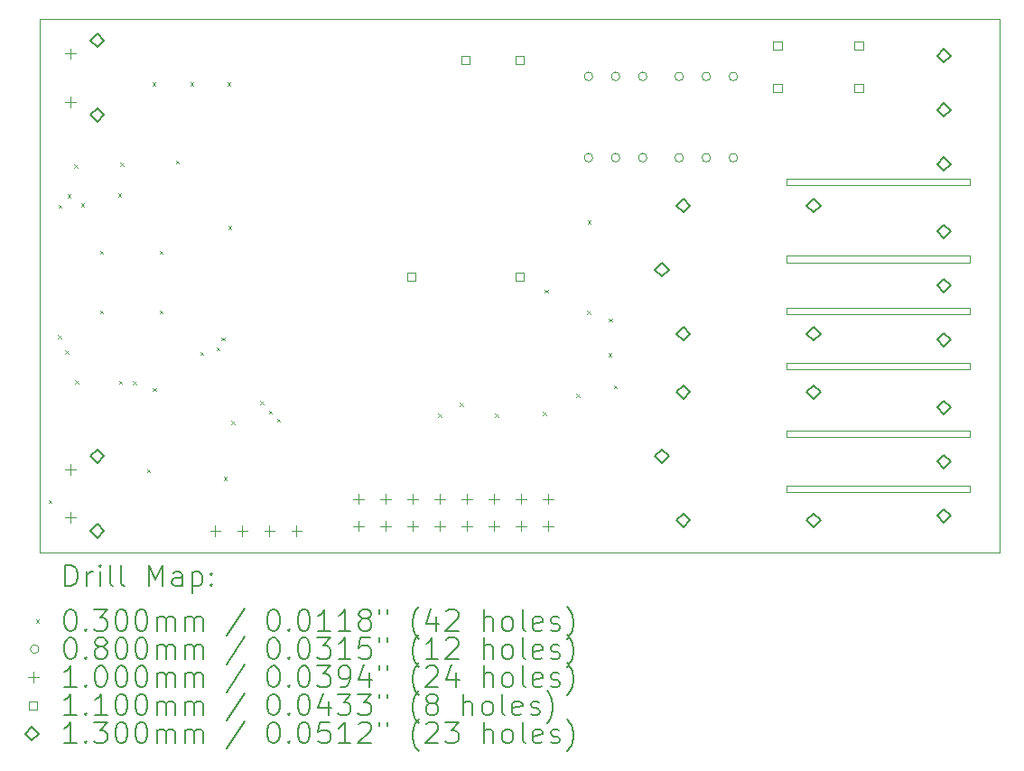
<source format=gbr>
%TF.GenerationSoftware,KiCad,Pcbnew,7.0.1*%
%TF.CreationDate,2023-06-22T15:14:29+02:00*%
%TF.ProjectId,CaptorBoard,43617074-6f72-4426-9f61-72642e6b6963,rev?*%
%TF.SameCoordinates,Original*%
%TF.FileFunction,Drillmap*%
%TF.FilePolarity,Positive*%
%FSLAX45Y45*%
G04 Gerber Fmt 4.5, Leading zero omitted, Abs format (unit mm)*
G04 Created by KiCad (PCBNEW 7.0.1) date 2023-06-22 15:14:29*
%MOMM*%
%LPD*%
G01*
G04 APERTURE LIST*
%ADD10C,0.100000*%
%ADD11C,0.200000*%
%ADD12C,0.030000*%
%ADD13C,0.080000*%
%ADD14C,0.110000*%
%ADD15C,0.130000*%
G04 APERTURE END LIST*
D10*
X9500000Y-5000000D02*
X18500000Y-5000000D01*
X16508030Y-7706360D02*
X18223930Y-7706360D01*
X18223930Y-7766360D01*
X16508030Y-7766360D01*
X16508030Y-7706360D01*
X9500000Y-10000000D02*
X9500000Y-5000000D01*
X18500000Y-10000000D02*
X9500000Y-10000000D01*
X16508030Y-8221980D02*
X18223930Y-8221980D01*
X18223930Y-8281980D01*
X16508030Y-8281980D01*
X16508030Y-8221980D01*
X18500000Y-5000000D02*
X18500000Y-10000000D01*
X16504220Y-7221220D02*
X18220120Y-7221220D01*
X18220120Y-7281220D01*
X16504220Y-7281220D01*
X16504220Y-7221220D01*
X16502950Y-8863020D02*
X18218850Y-8863020D01*
X18218850Y-8923020D01*
X16502950Y-8923020D01*
X16502950Y-8863020D01*
X16505490Y-9373560D02*
X18221390Y-9373560D01*
X18221390Y-9433560D01*
X16505490Y-9433560D01*
X16505490Y-9373560D01*
X16505490Y-6494780D02*
X18221390Y-6494780D01*
X18221390Y-6554780D01*
X16505490Y-6554780D01*
X16505490Y-6494780D01*
D11*
D12*
X9586200Y-9510000D02*
X9616200Y-9540000D01*
X9616200Y-9510000D02*
X9586200Y-9540000D01*
X9671724Y-7966516D02*
X9701724Y-7996516D01*
X9701724Y-7966516D02*
X9671724Y-7996516D01*
X9676917Y-6740677D02*
X9706917Y-6770677D01*
X9706917Y-6740677D02*
X9676917Y-6770677D01*
X9743578Y-8108500D02*
X9773578Y-8138500D01*
X9773578Y-8108500D02*
X9743578Y-8138500D01*
X9762757Y-6645550D02*
X9792757Y-6675550D01*
X9792757Y-6645550D02*
X9762757Y-6675550D01*
X9827500Y-6365480D02*
X9857500Y-6395480D01*
X9857500Y-6365480D02*
X9827500Y-6395480D01*
X9835050Y-8388350D02*
X9865050Y-8418350D01*
X9865050Y-8388350D02*
X9835050Y-8418350D01*
X9887943Y-6728183D02*
X9917943Y-6758183D01*
X9917943Y-6728183D02*
X9887943Y-6758183D01*
X10068800Y-7173200D02*
X10098800Y-7203200D01*
X10098800Y-7173200D02*
X10068800Y-7203200D01*
X10068800Y-7732000D02*
X10098800Y-7762000D01*
X10098800Y-7732000D02*
X10068800Y-7762000D01*
X10235000Y-6635000D02*
X10265000Y-6665000D01*
X10265000Y-6635000D02*
X10235000Y-6665000D01*
X10246600Y-8392400D02*
X10276600Y-8422400D01*
X10276600Y-8392400D02*
X10246600Y-8422400D01*
X10256760Y-6347700D02*
X10286760Y-6377700D01*
X10286760Y-6347700D02*
X10256760Y-6377700D01*
X10376140Y-8394940D02*
X10406140Y-8424940D01*
X10406140Y-8394940D02*
X10376140Y-8424940D01*
X10507882Y-9223528D02*
X10537882Y-9253528D01*
X10537882Y-9223528D02*
X10507882Y-9253528D01*
X10556480Y-5593320D02*
X10586480Y-5623320D01*
X10586480Y-5593320D02*
X10556480Y-5623320D01*
X10561560Y-8460980D02*
X10591560Y-8490980D01*
X10591560Y-8460980D02*
X10561560Y-8490980D01*
X10627600Y-7173200D02*
X10657600Y-7203200D01*
X10657600Y-7173200D02*
X10627600Y-7203200D01*
X10627600Y-7732000D02*
X10657600Y-7762000D01*
X10657600Y-7732000D02*
X10627600Y-7762000D01*
X10780000Y-6324840D02*
X10810000Y-6354840D01*
X10810000Y-6324840D02*
X10780000Y-6354840D01*
X10912080Y-5593320D02*
X10942080Y-5623320D01*
X10942080Y-5593320D02*
X10912080Y-5623320D01*
X11006060Y-8120070D02*
X11036060Y-8150070D01*
X11036060Y-8120070D02*
X11006060Y-8150070D01*
X11159607Y-8078650D02*
X11189607Y-8108650D01*
X11189607Y-8078650D02*
X11159607Y-8108650D01*
X11204607Y-7987169D02*
X11234607Y-8017169D01*
X11234607Y-7987169D02*
X11204607Y-8017169D01*
X11227040Y-9291560D02*
X11257040Y-9321560D01*
X11257040Y-9291560D02*
X11227040Y-9321560D01*
X11262600Y-5593320D02*
X11292600Y-5623320D01*
X11292600Y-5593320D02*
X11262600Y-5623320D01*
X11267645Y-6939555D02*
X11297645Y-6969555D01*
X11297645Y-6939555D02*
X11267645Y-6969555D01*
X11298160Y-8768320D02*
X11328160Y-8798320D01*
X11328160Y-8768320D02*
X11298160Y-8798320D01*
X11568733Y-8584107D02*
X11598733Y-8614107D01*
X11598733Y-8584107D02*
X11568733Y-8614107D01*
X11648762Y-8669495D02*
X11678762Y-8699495D01*
X11678762Y-8669495D02*
X11648762Y-8699495D01*
X11724987Y-8745720D02*
X11754987Y-8775720D01*
X11754987Y-8745720D02*
X11724987Y-8775720D01*
X13236180Y-8700620D02*
X13266180Y-8730620D01*
X13266180Y-8700620D02*
X13236180Y-8730620D01*
X13439345Y-8598175D02*
X13469345Y-8628175D01*
X13469345Y-8598175D02*
X13439345Y-8628175D01*
X13769580Y-8700670D02*
X13799580Y-8730670D01*
X13799580Y-8700670D02*
X13769580Y-8730670D01*
X14222200Y-8685000D02*
X14252200Y-8715000D01*
X14252200Y-8685000D02*
X14222200Y-8715000D01*
X14235000Y-7535000D02*
X14265000Y-7565000D01*
X14265000Y-7535000D02*
X14235000Y-7565000D01*
X14531580Y-8514320D02*
X14561580Y-8544320D01*
X14561580Y-8514320D02*
X14531580Y-8544320D01*
X14635000Y-7735000D02*
X14665000Y-7765000D01*
X14665000Y-7735000D02*
X14635000Y-7765000D01*
X14638260Y-6888720D02*
X14668260Y-6918720D01*
X14668260Y-6888720D02*
X14638260Y-6918720D01*
X14835000Y-8135000D02*
X14865000Y-8165000D01*
X14865000Y-8135000D02*
X14835000Y-8165000D01*
X14836380Y-7808200D02*
X14866380Y-7838200D01*
X14866380Y-7808200D02*
X14836380Y-7838200D01*
X14885000Y-8435000D02*
X14915000Y-8465000D01*
X14915000Y-8435000D02*
X14885000Y-8465000D01*
D13*
X14687500Y-5538000D02*
G75*
G03*
X14687500Y-5538000I-40000J0D01*
G01*
X14687500Y-6300000D02*
G75*
G03*
X14687500Y-6300000I-40000J0D01*
G01*
X14941500Y-5538000D02*
G75*
G03*
X14941500Y-5538000I-40000J0D01*
G01*
X14941500Y-6300000D02*
G75*
G03*
X14941500Y-6300000I-40000J0D01*
G01*
X15195500Y-5538000D02*
G75*
G03*
X15195500Y-5538000I-40000J0D01*
G01*
X15195500Y-6300000D02*
G75*
G03*
X15195500Y-6300000I-40000J0D01*
G01*
X15537500Y-5538000D02*
G75*
G03*
X15537500Y-5538000I-40000J0D01*
G01*
X15537500Y-6300000D02*
G75*
G03*
X15537500Y-6300000I-40000J0D01*
G01*
X15791500Y-5538000D02*
G75*
G03*
X15791500Y-5538000I-40000J0D01*
G01*
X15791500Y-6300000D02*
G75*
G03*
X15791500Y-6300000I-40000J0D01*
G01*
X16045500Y-5538000D02*
G75*
G03*
X16045500Y-5538000I-40000J0D01*
G01*
X16045500Y-6300000D02*
G75*
G03*
X16045500Y-6300000I-40000J0D01*
G01*
D10*
X9792500Y-5275000D02*
X9792500Y-5375000D01*
X9742500Y-5325000D02*
X9842500Y-5325000D01*
X9792500Y-5725000D02*
X9792500Y-5825000D01*
X9742500Y-5775000D02*
X9842500Y-5775000D01*
X9792500Y-9175000D02*
X9792500Y-9275000D01*
X9742500Y-9225000D02*
X9842500Y-9225000D01*
X9792500Y-9625000D02*
X9792500Y-9725000D01*
X9742500Y-9675000D02*
X9842500Y-9675000D01*
X11149060Y-9749320D02*
X11149060Y-9849320D01*
X11099060Y-9799320D02*
X11199060Y-9799320D01*
X11403060Y-9749320D02*
X11403060Y-9849320D01*
X11353060Y-9799320D02*
X11453060Y-9799320D01*
X11657060Y-9749320D02*
X11657060Y-9849320D01*
X11607060Y-9799320D02*
X11707060Y-9799320D01*
X11911060Y-9749320D02*
X11911060Y-9849320D01*
X11861060Y-9799320D02*
X11961060Y-9799320D01*
X12489180Y-9449600D02*
X12489180Y-9549600D01*
X12439180Y-9499600D02*
X12539180Y-9499600D01*
X12489180Y-9703600D02*
X12489180Y-9803600D01*
X12439180Y-9753600D02*
X12539180Y-9753600D01*
X12743180Y-9449600D02*
X12743180Y-9549600D01*
X12693180Y-9499600D02*
X12793180Y-9499600D01*
X12743180Y-9703600D02*
X12743180Y-9803600D01*
X12693180Y-9753600D02*
X12793180Y-9753600D01*
X12997180Y-9449600D02*
X12997180Y-9549600D01*
X12947180Y-9499600D02*
X13047180Y-9499600D01*
X12997180Y-9703600D02*
X12997180Y-9803600D01*
X12947180Y-9753600D02*
X13047180Y-9753600D01*
X13251180Y-9449600D02*
X13251180Y-9549600D01*
X13201180Y-9499600D02*
X13301180Y-9499600D01*
X13251180Y-9703600D02*
X13251180Y-9803600D01*
X13201180Y-9753600D02*
X13301180Y-9753600D01*
X13505180Y-9449600D02*
X13505180Y-9549600D01*
X13455180Y-9499600D02*
X13555180Y-9499600D01*
X13505180Y-9703600D02*
X13505180Y-9803600D01*
X13455180Y-9753600D02*
X13555180Y-9753600D01*
X13759180Y-9449600D02*
X13759180Y-9549600D01*
X13709180Y-9499600D02*
X13809180Y-9499600D01*
X13759180Y-9703600D02*
X13759180Y-9803600D01*
X13709180Y-9753600D02*
X13809180Y-9753600D01*
X14013180Y-9449600D02*
X14013180Y-9549600D01*
X13963180Y-9499600D02*
X14063180Y-9499600D01*
X14013180Y-9703600D02*
X14013180Y-9803600D01*
X13963180Y-9753600D02*
X14063180Y-9753600D01*
X14267180Y-9449600D02*
X14267180Y-9549600D01*
X14217180Y-9499600D02*
X14317180Y-9499600D01*
X14267180Y-9703600D02*
X14267180Y-9803600D01*
X14217180Y-9753600D02*
X14317180Y-9753600D01*
D14*
X13022891Y-7454891D02*
X13022891Y-7377109D01*
X12945109Y-7377109D01*
X12945109Y-7454891D01*
X13022891Y-7454891D01*
X13530891Y-5422891D02*
X13530891Y-5345109D01*
X13453109Y-5345109D01*
X13453109Y-5422891D01*
X13530891Y-5422891D01*
X14038891Y-5422891D02*
X14038891Y-5345109D01*
X13961109Y-5345109D01*
X13961109Y-5422891D01*
X14038891Y-5422891D01*
X14038891Y-7454891D02*
X14038891Y-7377109D01*
X13961109Y-7377109D01*
X13961109Y-7454891D01*
X14038891Y-7454891D01*
X16457891Y-5288891D02*
X16457891Y-5211109D01*
X16380109Y-5211109D01*
X16380109Y-5288891D01*
X16457891Y-5288891D01*
X16457891Y-5688891D02*
X16457891Y-5611109D01*
X16380109Y-5611109D01*
X16380109Y-5688891D01*
X16457891Y-5688891D01*
X17219891Y-5288891D02*
X17219891Y-5211109D01*
X17142109Y-5211109D01*
X17142109Y-5288891D01*
X17219891Y-5288891D01*
X17219891Y-5688891D02*
X17219891Y-5611109D01*
X17142109Y-5611109D01*
X17142109Y-5688891D01*
X17219891Y-5688891D01*
D15*
X10042500Y-5265000D02*
X10107500Y-5200000D01*
X10042500Y-5135000D01*
X9977500Y-5200000D01*
X10042500Y-5265000D01*
X10042500Y-5965000D02*
X10107500Y-5900000D01*
X10042500Y-5835000D01*
X9977500Y-5900000D01*
X10042500Y-5965000D01*
X10042500Y-9165000D02*
X10107500Y-9100000D01*
X10042500Y-9035000D01*
X9977500Y-9100000D01*
X10042500Y-9165000D01*
X10042500Y-9865000D02*
X10107500Y-9800000D01*
X10042500Y-9735000D01*
X9977500Y-9800000D01*
X10042500Y-9865000D01*
X15337250Y-7415000D02*
X15402250Y-7350000D01*
X15337250Y-7285000D01*
X15272250Y-7350000D01*
X15337250Y-7415000D01*
X15337250Y-9165000D02*
X15402250Y-9100000D01*
X15337250Y-9035000D01*
X15272250Y-9100000D01*
X15337250Y-9165000D01*
X15537250Y-6815000D02*
X15602250Y-6750000D01*
X15537250Y-6685000D01*
X15472250Y-6750000D01*
X15537250Y-6815000D01*
X15537250Y-8015000D02*
X15602250Y-7950000D01*
X15537250Y-7885000D01*
X15472250Y-7950000D01*
X15537250Y-8015000D01*
X15537250Y-8565000D02*
X15602250Y-8500000D01*
X15537250Y-8435000D01*
X15472250Y-8500000D01*
X15537250Y-8565000D01*
X15537250Y-9765000D02*
X15602250Y-9700000D01*
X15537250Y-9635000D01*
X15472250Y-9700000D01*
X15537250Y-9765000D01*
X16757250Y-6815000D02*
X16822250Y-6750000D01*
X16757250Y-6685000D01*
X16692250Y-6750000D01*
X16757250Y-6815000D01*
X16757250Y-8015000D02*
X16822250Y-7950000D01*
X16757250Y-7885000D01*
X16692250Y-7950000D01*
X16757250Y-8015000D01*
X16757250Y-8565000D02*
X16822250Y-8500000D01*
X16757250Y-8435000D01*
X16692250Y-8500000D01*
X16757250Y-8565000D01*
X16757250Y-9765000D02*
X16822250Y-9700000D01*
X16757250Y-9635000D01*
X16692250Y-9700000D01*
X16757250Y-9765000D01*
X17980500Y-5407500D02*
X18045500Y-5342500D01*
X17980500Y-5277500D01*
X17915500Y-5342500D01*
X17980500Y-5407500D01*
X17980500Y-5915500D02*
X18045500Y-5850500D01*
X17980500Y-5785500D01*
X17915500Y-5850500D01*
X17980500Y-5915500D01*
X17980500Y-6423500D02*
X18045500Y-6358500D01*
X17980500Y-6293500D01*
X17915500Y-6358500D01*
X17980500Y-6423500D01*
X17980500Y-7057500D02*
X18045500Y-6992500D01*
X17980500Y-6927500D01*
X17915500Y-6992500D01*
X17980500Y-7057500D01*
X17980500Y-7565500D02*
X18045500Y-7500500D01*
X17980500Y-7435500D01*
X17915500Y-7500500D01*
X17980500Y-7565500D01*
X17980500Y-8073500D02*
X18045500Y-8008500D01*
X17980500Y-7943500D01*
X17915500Y-8008500D01*
X17980500Y-8073500D01*
X17980500Y-8707500D02*
X18045500Y-8642500D01*
X17980500Y-8577500D01*
X17915500Y-8642500D01*
X17980500Y-8707500D01*
X17980500Y-9215500D02*
X18045500Y-9150500D01*
X17980500Y-9085500D01*
X17915500Y-9150500D01*
X17980500Y-9215500D01*
X17980500Y-9723500D02*
X18045500Y-9658500D01*
X17980500Y-9593500D01*
X17915500Y-9658500D01*
X17980500Y-9723500D01*
D11*
X9742619Y-10317524D02*
X9742619Y-10117524D01*
X9742619Y-10117524D02*
X9790238Y-10117524D01*
X9790238Y-10117524D02*
X9818810Y-10127048D01*
X9818810Y-10127048D02*
X9837857Y-10146095D01*
X9837857Y-10146095D02*
X9847381Y-10165143D01*
X9847381Y-10165143D02*
X9856905Y-10203238D01*
X9856905Y-10203238D02*
X9856905Y-10231810D01*
X9856905Y-10231810D02*
X9847381Y-10269905D01*
X9847381Y-10269905D02*
X9837857Y-10288952D01*
X9837857Y-10288952D02*
X9818810Y-10308000D01*
X9818810Y-10308000D02*
X9790238Y-10317524D01*
X9790238Y-10317524D02*
X9742619Y-10317524D01*
X9942619Y-10317524D02*
X9942619Y-10184190D01*
X9942619Y-10222286D02*
X9952143Y-10203238D01*
X9952143Y-10203238D02*
X9961667Y-10193714D01*
X9961667Y-10193714D02*
X9980714Y-10184190D01*
X9980714Y-10184190D02*
X9999762Y-10184190D01*
X10066429Y-10317524D02*
X10066429Y-10184190D01*
X10066429Y-10117524D02*
X10056905Y-10127048D01*
X10056905Y-10127048D02*
X10066429Y-10136571D01*
X10066429Y-10136571D02*
X10075952Y-10127048D01*
X10075952Y-10127048D02*
X10066429Y-10117524D01*
X10066429Y-10117524D02*
X10066429Y-10136571D01*
X10190238Y-10317524D02*
X10171190Y-10308000D01*
X10171190Y-10308000D02*
X10161667Y-10288952D01*
X10161667Y-10288952D02*
X10161667Y-10117524D01*
X10295000Y-10317524D02*
X10275952Y-10308000D01*
X10275952Y-10308000D02*
X10266429Y-10288952D01*
X10266429Y-10288952D02*
X10266429Y-10117524D01*
X10523571Y-10317524D02*
X10523571Y-10117524D01*
X10523571Y-10117524D02*
X10590238Y-10260381D01*
X10590238Y-10260381D02*
X10656905Y-10117524D01*
X10656905Y-10117524D02*
X10656905Y-10317524D01*
X10837857Y-10317524D02*
X10837857Y-10212762D01*
X10837857Y-10212762D02*
X10828333Y-10193714D01*
X10828333Y-10193714D02*
X10809286Y-10184190D01*
X10809286Y-10184190D02*
X10771190Y-10184190D01*
X10771190Y-10184190D02*
X10752143Y-10193714D01*
X10837857Y-10308000D02*
X10818810Y-10317524D01*
X10818810Y-10317524D02*
X10771190Y-10317524D01*
X10771190Y-10317524D02*
X10752143Y-10308000D01*
X10752143Y-10308000D02*
X10742619Y-10288952D01*
X10742619Y-10288952D02*
X10742619Y-10269905D01*
X10742619Y-10269905D02*
X10752143Y-10250857D01*
X10752143Y-10250857D02*
X10771190Y-10241333D01*
X10771190Y-10241333D02*
X10818810Y-10241333D01*
X10818810Y-10241333D02*
X10837857Y-10231810D01*
X10933095Y-10184190D02*
X10933095Y-10384190D01*
X10933095Y-10193714D02*
X10952143Y-10184190D01*
X10952143Y-10184190D02*
X10990238Y-10184190D01*
X10990238Y-10184190D02*
X11009286Y-10193714D01*
X11009286Y-10193714D02*
X11018810Y-10203238D01*
X11018810Y-10203238D02*
X11028333Y-10222286D01*
X11028333Y-10222286D02*
X11028333Y-10279429D01*
X11028333Y-10279429D02*
X11018810Y-10298476D01*
X11018810Y-10298476D02*
X11009286Y-10308000D01*
X11009286Y-10308000D02*
X10990238Y-10317524D01*
X10990238Y-10317524D02*
X10952143Y-10317524D01*
X10952143Y-10317524D02*
X10933095Y-10308000D01*
X11114048Y-10298476D02*
X11123571Y-10308000D01*
X11123571Y-10308000D02*
X11114048Y-10317524D01*
X11114048Y-10317524D02*
X11104524Y-10308000D01*
X11104524Y-10308000D02*
X11114048Y-10298476D01*
X11114048Y-10298476D02*
X11114048Y-10317524D01*
X11114048Y-10193714D02*
X11123571Y-10203238D01*
X11123571Y-10203238D02*
X11114048Y-10212762D01*
X11114048Y-10212762D02*
X11104524Y-10203238D01*
X11104524Y-10203238D02*
X11114048Y-10193714D01*
X11114048Y-10193714D02*
X11114048Y-10212762D01*
D12*
X9465000Y-10630000D02*
X9495000Y-10660000D01*
X9495000Y-10630000D02*
X9465000Y-10660000D01*
D11*
X9780714Y-10537524D02*
X9799762Y-10537524D01*
X9799762Y-10537524D02*
X9818810Y-10547048D01*
X9818810Y-10547048D02*
X9828333Y-10556571D01*
X9828333Y-10556571D02*
X9837857Y-10575619D01*
X9837857Y-10575619D02*
X9847381Y-10613714D01*
X9847381Y-10613714D02*
X9847381Y-10661333D01*
X9847381Y-10661333D02*
X9837857Y-10699429D01*
X9837857Y-10699429D02*
X9828333Y-10718476D01*
X9828333Y-10718476D02*
X9818810Y-10728000D01*
X9818810Y-10728000D02*
X9799762Y-10737524D01*
X9799762Y-10737524D02*
X9780714Y-10737524D01*
X9780714Y-10737524D02*
X9761667Y-10728000D01*
X9761667Y-10728000D02*
X9752143Y-10718476D01*
X9752143Y-10718476D02*
X9742619Y-10699429D01*
X9742619Y-10699429D02*
X9733095Y-10661333D01*
X9733095Y-10661333D02*
X9733095Y-10613714D01*
X9733095Y-10613714D02*
X9742619Y-10575619D01*
X9742619Y-10575619D02*
X9752143Y-10556571D01*
X9752143Y-10556571D02*
X9761667Y-10547048D01*
X9761667Y-10547048D02*
X9780714Y-10537524D01*
X9933095Y-10718476D02*
X9942619Y-10728000D01*
X9942619Y-10728000D02*
X9933095Y-10737524D01*
X9933095Y-10737524D02*
X9923571Y-10728000D01*
X9923571Y-10728000D02*
X9933095Y-10718476D01*
X9933095Y-10718476D02*
X9933095Y-10737524D01*
X10009286Y-10537524D02*
X10133095Y-10537524D01*
X10133095Y-10537524D02*
X10066429Y-10613714D01*
X10066429Y-10613714D02*
X10095000Y-10613714D01*
X10095000Y-10613714D02*
X10114048Y-10623238D01*
X10114048Y-10623238D02*
X10123571Y-10632762D01*
X10123571Y-10632762D02*
X10133095Y-10651810D01*
X10133095Y-10651810D02*
X10133095Y-10699429D01*
X10133095Y-10699429D02*
X10123571Y-10718476D01*
X10123571Y-10718476D02*
X10114048Y-10728000D01*
X10114048Y-10728000D02*
X10095000Y-10737524D01*
X10095000Y-10737524D02*
X10037857Y-10737524D01*
X10037857Y-10737524D02*
X10018810Y-10728000D01*
X10018810Y-10728000D02*
X10009286Y-10718476D01*
X10256905Y-10537524D02*
X10275952Y-10537524D01*
X10275952Y-10537524D02*
X10295000Y-10547048D01*
X10295000Y-10547048D02*
X10304524Y-10556571D01*
X10304524Y-10556571D02*
X10314048Y-10575619D01*
X10314048Y-10575619D02*
X10323571Y-10613714D01*
X10323571Y-10613714D02*
X10323571Y-10661333D01*
X10323571Y-10661333D02*
X10314048Y-10699429D01*
X10314048Y-10699429D02*
X10304524Y-10718476D01*
X10304524Y-10718476D02*
X10295000Y-10728000D01*
X10295000Y-10728000D02*
X10275952Y-10737524D01*
X10275952Y-10737524D02*
X10256905Y-10737524D01*
X10256905Y-10737524D02*
X10237857Y-10728000D01*
X10237857Y-10728000D02*
X10228333Y-10718476D01*
X10228333Y-10718476D02*
X10218810Y-10699429D01*
X10218810Y-10699429D02*
X10209286Y-10661333D01*
X10209286Y-10661333D02*
X10209286Y-10613714D01*
X10209286Y-10613714D02*
X10218810Y-10575619D01*
X10218810Y-10575619D02*
X10228333Y-10556571D01*
X10228333Y-10556571D02*
X10237857Y-10547048D01*
X10237857Y-10547048D02*
X10256905Y-10537524D01*
X10447381Y-10537524D02*
X10466429Y-10537524D01*
X10466429Y-10537524D02*
X10485476Y-10547048D01*
X10485476Y-10547048D02*
X10495000Y-10556571D01*
X10495000Y-10556571D02*
X10504524Y-10575619D01*
X10504524Y-10575619D02*
X10514048Y-10613714D01*
X10514048Y-10613714D02*
X10514048Y-10661333D01*
X10514048Y-10661333D02*
X10504524Y-10699429D01*
X10504524Y-10699429D02*
X10495000Y-10718476D01*
X10495000Y-10718476D02*
X10485476Y-10728000D01*
X10485476Y-10728000D02*
X10466429Y-10737524D01*
X10466429Y-10737524D02*
X10447381Y-10737524D01*
X10447381Y-10737524D02*
X10428333Y-10728000D01*
X10428333Y-10728000D02*
X10418810Y-10718476D01*
X10418810Y-10718476D02*
X10409286Y-10699429D01*
X10409286Y-10699429D02*
X10399762Y-10661333D01*
X10399762Y-10661333D02*
X10399762Y-10613714D01*
X10399762Y-10613714D02*
X10409286Y-10575619D01*
X10409286Y-10575619D02*
X10418810Y-10556571D01*
X10418810Y-10556571D02*
X10428333Y-10547048D01*
X10428333Y-10547048D02*
X10447381Y-10537524D01*
X10599762Y-10737524D02*
X10599762Y-10604190D01*
X10599762Y-10623238D02*
X10609286Y-10613714D01*
X10609286Y-10613714D02*
X10628333Y-10604190D01*
X10628333Y-10604190D02*
X10656905Y-10604190D01*
X10656905Y-10604190D02*
X10675952Y-10613714D01*
X10675952Y-10613714D02*
X10685476Y-10632762D01*
X10685476Y-10632762D02*
X10685476Y-10737524D01*
X10685476Y-10632762D02*
X10695000Y-10613714D01*
X10695000Y-10613714D02*
X10714048Y-10604190D01*
X10714048Y-10604190D02*
X10742619Y-10604190D01*
X10742619Y-10604190D02*
X10761667Y-10613714D01*
X10761667Y-10613714D02*
X10771191Y-10632762D01*
X10771191Y-10632762D02*
X10771191Y-10737524D01*
X10866429Y-10737524D02*
X10866429Y-10604190D01*
X10866429Y-10623238D02*
X10875952Y-10613714D01*
X10875952Y-10613714D02*
X10895000Y-10604190D01*
X10895000Y-10604190D02*
X10923572Y-10604190D01*
X10923572Y-10604190D02*
X10942619Y-10613714D01*
X10942619Y-10613714D02*
X10952143Y-10632762D01*
X10952143Y-10632762D02*
X10952143Y-10737524D01*
X10952143Y-10632762D02*
X10961667Y-10613714D01*
X10961667Y-10613714D02*
X10980714Y-10604190D01*
X10980714Y-10604190D02*
X11009286Y-10604190D01*
X11009286Y-10604190D02*
X11028333Y-10613714D01*
X11028333Y-10613714D02*
X11037857Y-10632762D01*
X11037857Y-10632762D02*
X11037857Y-10737524D01*
X11428333Y-10528000D02*
X11256905Y-10785143D01*
X11685476Y-10537524D02*
X11704524Y-10537524D01*
X11704524Y-10537524D02*
X11723572Y-10547048D01*
X11723572Y-10547048D02*
X11733095Y-10556571D01*
X11733095Y-10556571D02*
X11742619Y-10575619D01*
X11742619Y-10575619D02*
X11752143Y-10613714D01*
X11752143Y-10613714D02*
X11752143Y-10661333D01*
X11752143Y-10661333D02*
X11742619Y-10699429D01*
X11742619Y-10699429D02*
X11733095Y-10718476D01*
X11733095Y-10718476D02*
X11723572Y-10728000D01*
X11723572Y-10728000D02*
X11704524Y-10737524D01*
X11704524Y-10737524D02*
X11685476Y-10737524D01*
X11685476Y-10737524D02*
X11666429Y-10728000D01*
X11666429Y-10728000D02*
X11656905Y-10718476D01*
X11656905Y-10718476D02*
X11647381Y-10699429D01*
X11647381Y-10699429D02*
X11637857Y-10661333D01*
X11637857Y-10661333D02*
X11637857Y-10613714D01*
X11637857Y-10613714D02*
X11647381Y-10575619D01*
X11647381Y-10575619D02*
X11656905Y-10556571D01*
X11656905Y-10556571D02*
X11666429Y-10547048D01*
X11666429Y-10547048D02*
X11685476Y-10537524D01*
X11837857Y-10718476D02*
X11847381Y-10728000D01*
X11847381Y-10728000D02*
X11837857Y-10737524D01*
X11837857Y-10737524D02*
X11828333Y-10728000D01*
X11828333Y-10728000D02*
X11837857Y-10718476D01*
X11837857Y-10718476D02*
X11837857Y-10737524D01*
X11971191Y-10537524D02*
X11990238Y-10537524D01*
X11990238Y-10537524D02*
X12009286Y-10547048D01*
X12009286Y-10547048D02*
X12018810Y-10556571D01*
X12018810Y-10556571D02*
X12028333Y-10575619D01*
X12028333Y-10575619D02*
X12037857Y-10613714D01*
X12037857Y-10613714D02*
X12037857Y-10661333D01*
X12037857Y-10661333D02*
X12028333Y-10699429D01*
X12028333Y-10699429D02*
X12018810Y-10718476D01*
X12018810Y-10718476D02*
X12009286Y-10728000D01*
X12009286Y-10728000D02*
X11990238Y-10737524D01*
X11990238Y-10737524D02*
X11971191Y-10737524D01*
X11971191Y-10737524D02*
X11952143Y-10728000D01*
X11952143Y-10728000D02*
X11942619Y-10718476D01*
X11942619Y-10718476D02*
X11933095Y-10699429D01*
X11933095Y-10699429D02*
X11923572Y-10661333D01*
X11923572Y-10661333D02*
X11923572Y-10613714D01*
X11923572Y-10613714D02*
X11933095Y-10575619D01*
X11933095Y-10575619D02*
X11942619Y-10556571D01*
X11942619Y-10556571D02*
X11952143Y-10547048D01*
X11952143Y-10547048D02*
X11971191Y-10537524D01*
X12228333Y-10737524D02*
X12114048Y-10737524D01*
X12171191Y-10737524D02*
X12171191Y-10537524D01*
X12171191Y-10537524D02*
X12152143Y-10566095D01*
X12152143Y-10566095D02*
X12133095Y-10585143D01*
X12133095Y-10585143D02*
X12114048Y-10594667D01*
X12418810Y-10737524D02*
X12304524Y-10737524D01*
X12361667Y-10737524D02*
X12361667Y-10537524D01*
X12361667Y-10537524D02*
X12342619Y-10566095D01*
X12342619Y-10566095D02*
X12323572Y-10585143D01*
X12323572Y-10585143D02*
X12304524Y-10594667D01*
X12533095Y-10623238D02*
X12514048Y-10613714D01*
X12514048Y-10613714D02*
X12504524Y-10604190D01*
X12504524Y-10604190D02*
X12495000Y-10585143D01*
X12495000Y-10585143D02*
X12495000Y-10575619D01*
X12495000Y-10575619D02*
X12504524Y-10556571D01*
X12504524Y-10556571D02*
X12514048Y-10547048D01*
X12514048Y-10547048D02*
X12533095Y-10537524D01*
X12533095Y-10537524D02*
X12571191Y-10537524D01*
X12571191Y-10537524D02*
X12590238Y-10547048D01*
X12590238Y-10547048D02*
X12599762Y-10556571D01*
X12599762Y-10556571D02*
X12609286Y-10575619D01*
X12609286Y-10575619D02*
X12609286Y-10585143D01*
X12609286Y-10585143D02*
X12599762Y-10604190D01*
X12599762Y-10604190D02*
X12590238Y-10613714D01*
X12590238Y-10613714D02*
X12571191Y-10623238D01*
X12571191Y-10623238D02*
X12533095Y-10623238D01*
X12533095Y-10623238D02*
X12514048Y-10632762D01*
X12514048Y-10632762D02*
X12504524Y-10642286D01*
X12504524Y-10642286D02*
X12495000Y-10661333D01*
X12495000Y-10661333D02*
X12495000Y-10699429D01*
X12495000Y-10699429D02*
X12504524Y-10718476D01*
X12504524Y-10718476D02*
X12514048Y-10728000D01*
X12514048Y-10728000D02*
X12533095Y-10737524D01*
X12533095Y-10737524D02*
X12571191Y-10737524D01*
X12571191Y-10737524D02*
X12590238Y-10728000D01*
X12590238Y-10728000D02*
X12599762Y-10718476D01*
X12599762Y-10718476D02*
X12609286Y-10699429D01*
X12609286Y-10699429D02*
X12609286Y-10661333D01*
X12609286Y-10661333D02*
X12599762Y-10642286D01*
X12599762Y-10642286D02*
X12590238Y-10632762D01*
X12590238Y-10632762D02*
X12571191Y-10623238D01*
X12685476Y-10537524D02*
X12685476Y-10575619D01*
X12761667Y-10537524D02*
X12761667Y-10575619D01*
X13056905Y-10813714D02*
X13047381Y-10804190D01*
X13047381Y-10804190D02*
X13028334Y-10775619D01*
X13028334Y-10775619D02*
X13018810Y-10756571D01*
X13018810Y-10756571D02*
X13009286Y-10728000D01*
X13009286Y-10728000D02*
X12999762Y-10680381D01*
X12999762Y-10680381D02*
X12999762Y-10642286D01*
X12999762Y-10642286D02*
X13009286Y-10594667D01*
X13009286Y-10594667D02*
X13018810Y-10566095D01*
X13018810Y-10566095D02*
X13028334Y-10547048D01*
X13028334Y-10547048D02*
X13047381Y-10518476D01*
X13047381Y-10518476D02*
X13056905Y-10508952D01*
X13218810Y-10604190D02*
X13218810Y-10737524D01*
X13171191Y-10528000D02*
X13123572Y-10670857D01*
X13123572Y-10670857D02*
X13247381Y-10670857D01*
X13314048Y-10556571D02*
X13323572Y-10547048D01*
X13323572Y-10547048D02*
X13342619Y-10537524D01*
X13342619Y-10537524D02*
X13390238Y-10537524D01*
X13390238Y-10537524D02*
X13409286Y-10547048D01*
X13409286Y-10547048D02*
X13418810Y-10556571D01*
X13418810Y-10556571D02*
X13428334Y-10575619D01*
X13428334Y-10575619D02*
X13428334Y-10594667D01*
X13428334Y-10594667D02*
X13418810Y-10623238D01*
X13418810Y-10623238D02*
X13304524Y-10737524D01*
X13304524Y-10737524D02*
X13428334Y-10737524D01*
X13666429Y-10737524D02*
X13666429Y-10537524D01*
X13752143Y-10737524D02*
X13752143Y-10632762D01*
X13752143Y-10632762D02*
X13742619Y-10613714D01*
X13742619Y-10613714D02*
X13723572Y-10604190D01*
X13723572Y-10604190D02*
X13695000Y-10604190D01*
X13695000Y-10604190D02*
X13675953Y-10613714D01*
X13675953Y-10613714D02*
X13666429Y-10623238D01*
X13875953Y-10737524D02*
X13856905Y-10728000D01*
X13856905Y-10728000D02*
X13847381Y-10718476D01*
X13847381Y-10718476D02*
X13837857Y-10699429D01*
X13837857Y-10699429D02*
X13837857Y-10642286D01*
X13837857Y-10642286D02*
X13847381Y-10623238D01*
X13847381Y-10623238D02*
X13856905Y-10613714D01*
X13856905Y-10613714D02*
X13875953Y-10604190D01*
X13875953Y-10604190D02*
X13904524Y-10604190D01*
X13904524Y-10604190D02*
X13923572Y-10613714D01*
X13923572Y-10613714D02*
X13933096Y-10623238D01*
X13933096Y-10623238D02*
X13942619Y-10642286D01*
X13942619Y-10642286D02*
X13942619Y-10699429D01*
X13942619Y-10699429D02*
X13933096Y-10718476D01*
X13933096Y-10718476D02*
X13923572Y-10728000D01*
X13923572Y-10728000D02*
X13904524Y-10737524D01*
X13904524Y-10737524D02*
X13875953Y-10737524D01*
X14056905Y-10737524D02*
X14037857Y-10728000D01*
X14037857Y-10728000D02*
X14028334Y-10708952D01*
X14028334Y-10708952D02*
X14028334Y-10537524D01*
X14209286Y-10728000D02*
X14190238Y-10737524D01*
X14190238Y-10737524D02*
X14152143Y-10737524D01*
X14152143Y-10737524D02*
X14133096Y-10728000D01*
X14133096Y-10728000D02*
X14123572Y-10708952D01*
X14123572Y-10708952D02*
X14123572Y-10632762D01*
X14123572Y-10632762D02*
X14133096Y-10613714D01*
X14133096Y-10613714D02*
X14152143Y-10604190D01*
X14152143Y-10604190D02*
X14190238Y-10604190D01*
X14190238Y-10604190D02*
X14209286Y-10613714D01*
X14209286Y-10613714D02*
X14218810Y-10632762D01*
X14218810Y-10632762D02*
X14218810Y-10651810D01*
X14218810Y-10651810D02*
X14123572Y-10670857D01*
X14295000Y-10728000D02*
X14314048Y-10737524D01*
X14314048Y-10737524D02*
X14352143Y-10737524D01*
X14352143Y-10737524D02*
X14371191Y-10728000D01*
X14371191Y-10728000D02*
X14380715Y-10708952D01*
X14380715Y-10708952D02*
X14380715Y-10699429D01*
X14380715Y-10699429D02*
X14371191Y-10680381D01*
X14371191Y-10680381D02*
X14352143Y-10670857D01*
X14352143Y-10670857D02*
X14323572Y-10670857D01*
X14323572Y-10670857D02*
X14304524Y-10661333D01*
X14304524Y-10661333D02*
X14295000Y-10642286D01*
X14295000Y-10642286D02*
X14295000Y-10632762D01*
X14295000Y-10632762D02*
X14304524Y-10613714D01*
X14304524Y-10613714D02*
X14323572Y-10604190D01*
X14323572Y-10604190D02*
X14352143Y-10604190D01*
X14352143Y-10604190D02*
X14371191Y-10613714D01*
X14447381Y-10813714D02*
X14456905Y-10804190D01*
X14456905Y-10804190D02*
X14475953Y-10775619D01*
X14475953Y-10775619D02*
X14485477Y-10756571D01*
X14485477Y-10756571D02*
X14495000Y-10728000D01*
X14495000Y-10728000D02*
X14504524Y-10680381D01*
X14504524Y-10680381D02*
X14504524Y-10642286D01*
X14504524Y-10642286D02*
X14495000Y-10594667D01*
X14495000Y-10594667D02*
X14485477Y-10566095D01*
X14485477Y-10566095D02*
X14475953Y-10547048D01*
X14475953Y-10547048D02*
X14456905Y-10518476D01*
X14456905Y-10518476D02*
X14447381Y-10508952D01*
D13*
X9495000Y-10909000D02*
G75*
G03*
X9495000Y-10909000I-40000J0D01*
G01*
D11*
X9780714Y-10801524D02*
X9799762Y-10801524D01*
X9799762Y-10801524D02*
X9818810Y-10811048D01*
X9818810Y-10811048D02*
X9828333Y-10820571D01*
X9828333Y-10820571D02*
X9837857Y-10839619D01*
X9837857Y-10839619D02*
X9847381Y-10877714D01*
X9847381Y-10877714D02*
X9847381Y-10925333D01*
X9847381Y-10925333D02*
X9837857Y-10963429D01*
X9837857Y-10963429D02*
X9828333Y-10982476D01*
X9828333Y-10982476D02*
X9818810Y-10992000D01*
X9818810Y-10992000D02*
X9799762Y-11001524D01*
X9799762Y-11001524D02*
X9780714Y-11001524D01*
X9780714Y-11001524D02*
X9761667Y-10992000D01*
X9761667Y-10992000D02*
X9752143Y-10982476D01*
X9752143Y-10982476D02*
X9742619Y-10963429D01*
X9742619Y-10963429D02*
X9733095Y-10925333D01*
X9733095Y-10925333D02*
X9733095Y-10877714D01*
X9733095Y-10877714D02*
X9742619Y-10839619D01*
X9742619Y-10839619D02*
X9752143Y-10820571D01*
X9752143Y-10820571D02*
X9761667Y-10811048D01*
X9761667Y-10811048D02*
X9780714Y-10801524D01*
X9933095Y-10982476D02*
X9942619Y-10992000D01*
X9942619Y-10992000D02*
X9933095Y-11001524D01*
X9933095Y-11001524D02*
X9923571Y-10992000D01*
X9923571Y-10992000D02*
X9933095Y-10982476D01*
X9933095Y-10982476D02*
X9933095Y-11001524D01*
X10056905Y-10887238D02*
X10037857Y-10877714D01*
X10037857Y-10877714D02*
X10028333Y-10868190D01*
X10028333Y-10868190D02*
X10018810Y-10849143D01*
X10018810Y-10849143D02*
X10018810Y-10839619D01*
X10018810Y-10839619D02*
X10028333Y-10820571D01*
X10028333Y-10820571D02*
X10037857Y-10811048D01*
X10037857Y-10811048D02*
X10056905Y-10801524D01*
X10056905Y-10801524D02*
X10095000Y-10801524D01*
X10095000Y-10801524D02*
X10114048Y-10811048D01*
X10114048Y-10811048D02*
X10123571Y-10820571D01*
X10123571Y-10820571D02*
X10133095Y-10839619D01*
X10133095Y-10839619D02*
X10133095Y-10849143D01*
X10133095Y-10849143D02*
X10123571Y-10868190D01*
X10123571Y-10868190D02*
X10114048Y-10877714D01*
X10114048Y-10877714D02*
X10095000Y-10887238D01*
X10095000Y-10887238D02*
X10056905Y-10887238D01*
X10056905Y-10887238D02*
X10037857Y-10896762D01*
X10037857Y-10896762D02*
X10028333Y-10906286D01*
X10028333Y-10906286D02*
X10018810Y-10925333D01*
X10018810Y-10925333D02*
X10018810Y-10963429D01*
X10018810Y-10963429D02*
X10028333Y-10982476D01*
X10028333Y-10982476D02*
X10037857Y-10992000D01*
X10037857Y-10992000D02*
X10056905Y-11001524D01*
X10056905Y-11001524D02*
X10095000Y-11001524D01*
X10095000Y-11001524D02*
X10114048Y-10992000D01*
X10114048Y-10992000D02*
X10123571Y-10982476D01*
X10123571Y-10982476D02*
X10133095Y-10963429D01*
X10133095Y-10963429D02*
X10133095Y-10925333D01*
X10133095Y-10925333D02*
X10123571Y-10906286D01*
X10123571Y-10906286D02*
X10114048Y-10896762D01*
X10114048Y-10896762D02*
X10095000Y-10887238D01*
X10256905Y-10801524D02*
X10275952Y-10801524D01*
X10275952Y-10801524D02*
X10295000Y-10811048D01*
X10295000Y-10811048D02*
X10304524Y-10820571D01*
X10304524Y-10820571D02*
X10314048Y-10839619D01*
X10314048Y-10839619D02*
X10323571Y-10877714D01*
X10323571Y-10877714D02*
X10323571Y-10925333D01*
X10323571Y-10925333D02*
X10314048Y-10963429D01*
X10314048Y-10963429D02*
X10304524Y-10982476D01*
X10304524Y-10982476D02*
X10295000Y-10992000D01*
X10295000Y-10992000D02*
X10275952Y-11001524D01*
X10275952Y-11001524D02*
X10256905Y-11001524D01*
X10256905Y-11001524D02*
X10237857Y-10992000D01*
X10237857Y-10992000D02*
X10228333Y-10982476D01*
X10228333Y-10982476D02*
X10218810Y-10963429D01*
X10218810Y-10963429D02*
X10209286Y-10925333D01*
X10209286Y-10925333D02*
X10209286Y-10877714D01*
X10209286Y-10877714D02*
X10218810Y-10839619D01*
X10218810Y-10839619D02*
X10228333Y-10820571D01*
X10228333Y-10820571D02*
X10237857Y-10811048D01*
X10237857Y-10811048D02*
X10256905Y-10801524D01*
X10447381Y-10801524D02*
X10466429Y-10801524D01*
X10466429Y-10801524D02*
X10485476Y-10811048D01*
X10485476Y-10811048D02*
X10495000Y-10820571D01*
X10495000Y-10820571D02*
X10504524Y-10839619D01*
X10504524Y-10839619D02*
X10514048Y-10877714D01*
X10514048Y-10877714D02*
X10514048Y-10925333D01*
X10514048Y-10925333D02*
X10504524Y-10963429D01*
X10504524Y-10963429D02*
X10495000Y-10982476D01*
X10495000Y-10982476D02*
X10485476Y-10992000D01*
X10485476Y-10992000D02*
X10466429Y-11001524D01*
X10466429Y-11001524D02*
X10447381Y-11001524D01*
X10447381Y-11001524D02*
X10428333Y-10992000D01*
X10428333Y-10992000D02*
X10418810Y-10982476D01*
X10418810Y-10982476D02*
X10409286Y-10963429D01*
X10409286Y-10963429D02*
X10399762Y-10925333D01*
X10399762Y-10925333D02*
X10399762Y-10877714D01*
X10399762Y-10877714D02*
X10409286Y-10839619D01*
X10409286Y-10839619D02*
X10418810Y-10820571D01*
X10418810Y-10820571D02*
X10428333Y-10811048D01*
X10428333Y-10811048D02*
X10447381Y-10801524D01*
X10599762Y-11001524D02*
X10599762Y-10868190D01*
X10599762Y-10887238D02*
X10609286Y-10877714D01*
X10609286Y-10877714D02*
X10628333Y-10868190D01*
X10628333Y-10868190D02*
X10656905Y-10868190D01*
X10656905Y-10868190D02*
X10675952Y-10877714D01*
X10675952Y-10877714D02*
X10685476Y-10896762D01*
X10685476Y-10896762D02*
X10685476Y-11001524D01*
X10685476Y-10896762D02*
X10695000Y-10877714D01*
X10695000Y-10877714D02*
X10714048Y-10868190D01*
X10714048Y-10868190D02*
X10742619Y-10868190D01*
X10742619Y-10868190D02*
X10761667Y-10877714D01*
X10761667Y-10877714D02*
X10771191Y-10896762D01*
X10771191Y-10896762D02*
X10771191Y-11001524D01*
X10866429Y-11001524D02*
X10866429Y-10868190D01*
X10866429Y-10887238D02*
X10875952Y-10877714D01*
X10875952Y-10877714D02*
X10895000Y-10868190D01*
X10895000Y-10868190D02*
X10923572Y-10868190D01*
X10923572Y-10868190D02*
X10942619Y-10877714D01*
X10942619Y-10877714D02*
X10952143Y-10896762D01*
X10952143Y-10896762D02*
X10952143Y-11001524D01*
X10952143Y-10896762D02*
X10961667Y-10877714D01*
X10961667Y-10877714D02*
X10980714Y-10868190D01*
X10980714Y-10868190D02*
X11009286Y-10868190D01*
X11009286Y-10868190D02*
X11028333Y-10877714D01*
X11028333Y-10877714D02*
X11037857Y-10896762D01*
X11037857Y-10896762D02*
X11037857Y-11001524D01*
X11428333Y-10792000D02*
X11256905Y-11049143D01*
X11685476Y-10801524D02*
X11704524Y-10801524D01*
X11704524Y-10801524D02*
X11723572Y-10811048D01*
X11723572Y-10811048D02*
X11733095Y-10820571D01*
X11733095Y-10820571D02*
X11742619Y-10839619D01*
X11742619Y-10839619D02*
X11752143Y-10877714D01*
X11752143Y-10877714D02*
X11752143Y-10925333D01*
X11752143Y-10925333D02*
X11742619Y-10963429D01*
X11742619Y-10963429D02*
X11733095Y-10982476D01*
X11733095Y-10982476D02*
X11723572Y-10992000D01*
X11723572Y-10992000D02*
X11704524Y-11001524D01*
X11704524Y-11001524D02*
X11685476Y-11001524D01*
X11685476Y-11001524D02*
X11666429Y-10992000D01*
X11666429Y-10992000D02*
X11656905Y-10982476D01*
X11656905Y-10982476D02*
X11647381Y-10963429D01*
X11647381Y-10963429D02*
X11637857Y-10925333D01*
X11637857Y-10925333D02*
X11637857Y-10877714D01*
X11637857Y-10877714D02*
X11647381Y-10839619D01*
X11647381Y-10839619D02*
X11656905Y-10820571D01*
X11656905Y-10820571D02*
X11666429Y-10811048D01*
X11666429Y-10811048D02*
X11685476Y-10801524D01*
X11837857Y-10982476D02*
X11847381Y-10992000D01*
X11847381Y-10992000D02*
X11837857Y-11001524D01*
X11837857Y-11001524D02*
X11828333Y-10992000D01*
X11828333Y-10992000D02*
X11837857Y-10982476D01*
X11837857Y-10982476D02*
X11837857Y-11001524D01*
X11971191Y-10801524D02*
X11990238Y-10801524D01*
X11990238Y-10801524D02*
X12009286Y-10811048D01*
X12009286Y-10811048D02*
X12018810Y-10820571D01*
X12018810Y-10820571D02*
X12028333Y-10839619D01*
X12028333Y-10839619D02*
X12037857Y-10877714D01*
X12037857Y-10877714D02*
X12037857Y-10925333D01*
X12037857Y-10925333D02*
X12028333Y-10963429D01*
X12028333Y-10963429D02*
X12018810Y-10982476D01*
X12018810Y-10982476D02*
X12009286Y-10992000D01*
X12009286Y-10992000D02*
X11990238Y-11001524D01*
X11990238Y-11001524D02*
X11971191Y-11001524D01*
X11971191Y-11001524D02*
X11952143Y-10992000D01*
X11952143Y-10992000D02*
X11942619Y-10982476D01*
X11942619Y-10982476D02*
X11933095Y-10963429D01*
X11933095Y-10963429D02*
X11923572Y-10925333D01*
X11923572Y-10925333D02*
X11923572Y-10877714D01*
X11923572Y-10877714D02*
X11933095Y-10839619D01*
X11933095Y-10839619D02*
X11942619Y-10820571D01*
X11942619Y-10820571D02*
X11952143Y-10811048D01*
X11952143Y-10811048D02*
X11971191Y-10801524D01*
X12104524Y-10801524D02*
X12228333Y-10801524D01*
X12228333Y-10801524D02*
X12161667Y-10877714D01*
X12161667Y-10877714D02*
X12190238Y-10877714D01*
X12190238Y-10877714D02*
X12209286Y-10887238D01*
X12209286Y-10887238D02*
X12218810Y-10896762D01*
X12218810Y-10896762D02*
X12228333Y-10915810D01*
X12228333Y-10915810D02*
X12228333Y-10963429D01*
X12228333Y-10963429D02*
X12218810Y-10982476D01*
X12218810Y-10982476D02*
X12209286Y-10992000D01*
X12209286Y-10992000D02*
X12190238Y-11001524D01*
X12190238Y-11001524D02*
X12133095Y-11001524D01*
X12133095Y-11001524D02*
X12114048Y-10992000D01*
X12114048Y-10992000D02*
X12104524Y-10982476D01*
X12418810Y-11001524D02*
X12304524Y-11001524D01*
X12361667Y-11001524D02*
X12361667Y-10801524D01*
X12361667Y-10801524D02*
X12342619Y-10830095D01*
X12342619Y-10830095D02*
X12323572Y-10849143D01*
X12323572Y-10849143D02*
X12304524Y-10858667D01*
X12599762Y-10801524D02*
X12504524Y-10801524D01*
X12504524Y-10801524D02*
X12495000Y-10896762D01*
X12495000Y-10896762D02*
X12504524Y-10887238D01*
X12504524Y-10887238D02*
X12523572Y-10877714D01*
X12523572Y-10877714D02*
X12571191Y-10877714D01*
X12571191Y-10877714D02*
X12590238Y-10887238D01*
X12590238Y-10887238D02*
X12599762Y-10896762D01*
X12599762Y-10896762D02*
X12609286Y-10915810D01*
X12609286Y-10915810D02*
X12609286Y-10963429D01*
X12609286Y-10963429D02*
X12599762Y-10982476D01*
X12599762Y-10982476D02*
X12590238Y-10992000D01*
X12590238Y-10992000D02*
X12571191Y-11001524D01*
X12571191Y-11001524D02*
X12523572Y-11001524D01*
X12523572Y-11001524D02*
X12504524Y-10992000D01*
X12504524Y-10992000D02*
X12495000Y-10982476D01*
X12685476Y-10801524D02*
X12685476Y-10839619D01*
X12761667Y-10801524D02*
X12761667Y-10839619D01*
X13056905Y-11077714D02*
X13047381Y-11068190D01*
X13047381Y-11068190D02*
X13028334Y-11039619D01*
X13028334Y-11039619D02*
X13018810Y-11020571D01*
X13018810Y-11020571D02*
X13009286Y-10992000D01*
X13009286Y-10992000D02*
X12999762Y-10944381D01*
X12999762Y-10944381D02*
X12999762Y-10906286D01*
X12999762Y-10906286D02*
X13009286Y-10858667D01*
X13009286Y-10858667D02*
X13018810Y-10830095D01*
X13018810Y-10830095D02*
X13028334Y-10811048D01*
X13028334Y-10811048D02*
X13047381Y-10782476D01*
X13047381Y-10782476D02*
X13056905Y-10772952D01*
X13237857Y-11001524D02*
X13123572Y-11001524D01*
X13180714Y-11001524D02*
X13180714Y-10801524D01*
X13180714Y-10801524D02*
X13161667Y-10830095D01*
X13161667Y-10830095D02*
X13142619Y-10849143D01*
X13142619Y-10849143D02*
X13123572Y-10858667D01*
X13314048Y-10820571D02*
X13323572Y-10811048D01*
X13323572Y-10811048D02*
X13342619Y-10801524D01*
X13342619Y-10801524D02*
X13390238Y-10801524D01*
X13390238Y-10801524D02*
X13409286Y-10811048D01*
X13409286Y-10811048D02*
X13418810Y-10820571D01*
X13418810Y-10820571D02*
X13428334Y-10839619D01*
X13428334Y-10839619D02*
X13428334Y-10858667D01*
X13428334Y-10858667D02*
X13418810Y-10887238D01*
X13418810Y-10887238D02*
X13304524Y-11001524D01*
X13304524Y-11001524D02*
X13428334Y-11001524D01*
X13666429Y-11001524D02*
X13666429Y-10801524D01*
X13752143Y-11001524D02*
X13752143Y-10896762D01*
X13752143Y-10896762D02*
X13742619Y-10877714D01*
X13742619Y-10877714D02*
X13723572Y-10868190D01*
X13723572Y-10868190D02*
X13695000Y-10868190D01*
X13695000Y-10868190D02*
X13675953Y-10877714D01*
X13675953Y-10877714D02*
X13666429Y-10887238D01*
X13875953Y-11001524D02*
X13856905Y-10992000D01*
X13856905Y-10992000D02*
X13847381Y-10982476D01*
X13847381Y-10982476D02*
X13837857Y-10963429D01*
X13837857Y-10963429D02*
X13837857Y-10906286D01*
X13837857Y-10906286D02*
X13847381Y-10887238D01*
X13847381Y-10887238D02*
X13856905Y-10877714D01*
X13856905Y-10877714D02*
X13875953Y-10868190D01*
X13875953Y-10868190D02*
X13904524Y-10868190D01*
X13904524Y-10868190D02*
X13923572Y-10877714D01*
X13923572Y-10877714D02*
X13933096Y-10887238D01*
X13933096Y-10887238D02*
X13942619Y-10906286D01*
X13942619Y-10906286D02*
X13942619Y-10963429D01*
X13942619Y-10963429D02*
X13933096Y-10982476D01*
X13933096Y-10982476D02*
X13923572Y-10992000D01*
X13923572Y-10992000D02*
X13904524Y-11001524D01*
X13904524Y-11001524D02*
X13875953Y-11001524D01*
X14056905Y-11001524D02*
X14037857Y-10992000D01*
X14037857Y-10992000D02*
X14028334Y-10972952D01*
X14028334Y-10972952D02*
X14028334Y-10801524D01*
X14209286Y-10992000D02*
X14190238Y-11001524D01*
X14190238Y-11001524D02*
X14152143Y-11001524D01*
X14152143Y-11001524D02*
X14133096Y-10992000D01*
X14133096Y-10992000D02*
X14123572Y-10972952D01*
X14123572Y-10972952D02*
X14123572Y-10896762D01*
X14123572Y-10896762D02*
X14133096Y-10877714D01*
X14133096Y-10877714D02*
X14152143Y-10868190D01*
X14152143Y-10868190D02*
X14190238Y-10868190D01*
X14190238Y-10868190D02*
X14209286Y-10877714D01*
X14209286Y-10877714D02*
X14218810Y-10896762D01*
X14218810Y-10896762D02*
X14218810Y-10915810D01*
X14218810Y-10915810D02*
X14123572Y-10934857D01*
X14295000Y-10992000D02*
X14314048Y-11001524D01*
X14314048Y-11001524D02*
X14352143Y-11001524D01*
X14352143Y-11001524D02*
X14371191Y-10992000D01*
X14371191Y-10992000D02*
X14380715Y-10972952D01*
X14380715Y-10972952D02*
X14380715Y-10963429D01*
X14380715Y-10963429D02*
X14371191Y-10944381D01*
X14371191Y-10944381D02*
X14352143Y-10934857D01*
X14352143Y-10934857D02*
X14323572Y-10934857D01*
X14323572Y-10934857D02*
X14304524Y-10925333D01*
X14304524Y-10925333D02*
X14295000Y-10906286D01*
X14295000Y-10906286D02*
X14295000Y-10896762D01*
X14295000Y-10896762D02*
X14304524Y-10877714D01*
X14304524Y-10877714D02*
X14323572Y-10868190D01*
X14323572Y-10868190D02*
X14352143Y-10868190D01*
X14352143Y-10868190D02*
X14371191Y-10877714D01*
X14447381Y-11077714D02*
X14456905Y-11068190D01*
X14456905Y-11068190D02*
X14475953Y-11039619D01*
X14475953Y-11039619D02*
X14485477Y-11020571D01*
X14485477Y-11020571D02*
X14495000Y-10992000D01*
X14495000Y-10992000D02*
X14504524Y-10944381D01*
X14504524Y-10944381D02*
X14504524Y-10906286D01*
X14504524Y-10906286D02*
X14495000Y-10858667D01*
X14495000Y-10858667D02*
X14485477Y-10830095D01*
X14485477Y-10830095D02*
X14475953Y-10811048D01*
X14475953Y-10811048D02*
X14456905Y-10782476D01*
X14456905Y-10782476D02*
X14447381Y-10772952D01*
D10*
X9445000Y-11123000D02*
X9445000Y-11223000D01*
X9395000Y-11173000D02*
X9495000Y-11173000D01*
D11*
X9847381Y-11265524D02*
X9733095Y-11265524D01*
X9790238Y-11265524D02*
X9790238Y-11065524D01*
X9790238Y-11065524D02*
X9771190Y-11094095D01*
X9771190Y-11094095D02*
X9752143Y-11113143D01*
X9752143Y-11113143D02*
X9733095Y-11122667D01*
X9933095Y-11246476D02*
X9942619Y-11256000D01*
X9942619Y-11256000D02*
X9933095Y-11265524D01*
X9933095Y-11265524D02*
X9923571Y-11256000D01*
X9923571Y-11256000D02*
X9933095Y-11246476D01*
X9933095Y-11246476D02*
X9933095Y-11265524D01*
X10066429Y-11065524D02*
X10085476Y-11065524D01*
X10085476Y-11065524D02*
X10104524Y-11075048D01*
X10104524Y-11075048D02*
X10114048Y-11084571D01*
X10114048Y-11084571D02*
X10123571Y-11103619D01*
X10123571Y-11103619D02*
X10133095Y-11141714D01*
X10133095Y-11141714D02*
X10133095Y-11189333D01*
X10133095Y-11189333D02*
X10123571Y-11227428D01*
X10123571Y-11227428D02*
X10114048Y-11246476D01*
X10114048Y-11246476D02*
X10104524Y-11256000D01*
X10104524Y-11256000D02*
X10085476Y-11265524D01*
X10085476Y-11265524D02*
X10066429Y-11265524D01*
X10066429Y-11265524D02*
X10047381Y-11256000D01*
X10047381Y-11256000D02*
X10037857Y-11246476D01*
X10037857Y-11246476D02*
X10028333Y-11227428D01*
X10028333Y-11227428D02*
X10018810Y-11189333D01*
X10018810Y-11189333D02*
X10018810Y-11141714D01*
X10018810Y-11141714D02*
X10028333Y-11103619D01*
X10028333Y-11103619D02*
X10037857Y-11084571D01*
X10037857Y-11084571D02*
X10047381Y-11075048D01*
X10047381Y-11075048D02*
X10066429Y-11065524D01*
X10256905Y-11065524D02*
X10275952Y-11065524D01*
X10275952Y-11065524D02*
X10295000Y-11075048D01*
X10295000Y-11075048D02*
X10304524Y-11084571D01*
X10304524Y-11084571D02*
X10314048Y-11103619D01*
X10314048Y-11103619D02*
X10323571Y-11141714D01*
X10323571Y-11141714D02*
X10323571Y-11189333D01*
X10323571Y-11189333D02*
X10314048Y-11227428D01*
X10314048Y-11227428D02*
X10304524Y-11246476D01*
X10304524Y-11246476D02*
X10295000Y-11256000D01*
X10295000Y-11256000D02*
X10275952Y-11265524D01*
X10275952Y-11265524D02*
X10256905Y-11265524D01*
X10256905Y-11265524D02*
X10237857Y-11256000D01*
X10237857Y-11256000D02*
X10228333Y-11246476D01*
X10228333Y-11246476D02*
X10218810Y-11227428D01*
X10218810Y-11227428D02*
X10209286Y-11189333D01*
X10209286Y-11189333D02*
X10209286Y-11141714D01*
X10209286Y-11141714D02*
X10218810Y-11103619D01*
X10218810Y-11103619D02*
X10228333Y-11084571D01*
X10228333Y-11084571D02*
X10237857Y-11075048D01*
X10237857Y-11075048D02*
X10256905Y-11065524D01*
X10447381Y-11065524D02*
X10466429Y-11065524D01*
X10466429Y-11065524D02*
X10485476Y-11075048D01*
X10485476Y-11075048D02*
X10495000Y-11084571D01*
X10495000Y-11084571D02*
X10504524Y-11103619D01*
X10504524Y-11103619D02*
X10514048Y-11141714D01*
X10514048Y-11141714D02*
X10514048Y-11189333D01*
X10514048Y-11189333D02*
X10504524Y-11227428D01*
X10504524Y-11227428D02*
X10495000Y-11246476D01*
X10495000Y-11246476D02*
X10485476Y-11256000D01*
X10485476Y-11256000D02*
X10466429Y-11265524D01*
X10466429Y-11265524D02*
X10447381Y-11265524D01*
X10447381Y-11265524D02*
X10428333Y-11256000D01*
X10428333Y-11256000D02*
X10418810Y-11246476D01*
X10418810Y-11246476D02*
X10409286Y-11227428D01*
X10409286Y-11227428D02*
X10399762Y-11189333D01*
X10399762Y-11189333D02*
X10399762Y-11141714D01*
X10399762Y-11141714D02*
X10409286Y-11103619D01*
X10409286Y-11103619D02*
X10418810Y-11084571D01*
X10418810Y-11084571D02*
X10428333Y-11075048D01*
X10428333Y-11075048D02*
X10447381Y-11065524D01*
X10599762Y-11265524D02*
X10599762Y-11132190D01*
X10599762Y-11151238D02*
X10609286Y-11141714D01*
X10609286Y-11141714D02*
X10628333Y-11132190D01*
X10628333Y-11132190D02*
X10656905Y-11132190D01*
X10656905Y-11132190D02*
X10675952Y-11141714D01*
X10675952Y-11141714D02*
X10685476Y-11160762D01*
X10685476Y-11160762D02*
X10685476Y-11265524D01*
X10685476Y-11160762D02*
X10695000Y-11141714D01*
X10695000Y-11141714D02*
X10714048Y-11132190D01*
X10714048Y-11132190D02*
X10742619Y-11132190D01*
X10742619Y-11132190D02*
X10761667Y-11141714D01*
X10761667Y-11141714D02*
X10771191Y-11160762D01*
X10771191Y-11160762D02*
X10771191Y-11265524D01*
X10866429Y-11265524D02*
X10866429Y-11132190D01*
X10866429Y-11151238D02*
X10875952Y-11141714D01*
X10875952Y-11141714D02*
X10895000Y-11132190D01*
X10895000Y-11132190D02*
X10923572Y-11132190D01*
X10923572Y-11132190D02*
X10942619Y-11141714D01*
X10942619Y-11141714D02*
X10952143Y-11160762D01*
X10952143Y-11160762D02*
X10952143Y-11265524D01*
X10952143Y-11160762D02*
X10961667Y-11141714D01*
X10961667Y-11141714D02*
X10980714Y-11132190D01*
X10980714Y-11132190D02*
X11009286Y-11132190D01*
X11009286Y-11132190D02*
X11028333Y-11141714D01*
X11028333Y-11141714D02*
X11037857Y-11160762D01*
X11037857Y-11160762D02*
X11037857Y-11265524D01*
X11428333Y-11056000D02*
X11256905Y-11313143D01*
X11685476Y-11065524D02*
X11704524Y-11065524D01*
X11704524Y-11065524D02*
X11723572Y-11075048D01*
X11723572Y-11075048D02*
X11733095Y-11084571D01*
X11733095Y-11084571D02*
X11742619Y-11103619D01*
X11742619Y-11103619D02*
X11752143Y-11141714D01*
X11752143Y-11141714D02*
X11752143Y-11189333D01*
X11752143Y-11189333D02*
X11742619Y-11227428D01*
X11742619Y-11227428D02*
X11733095Y-11246476D01*
X11733095Y-11246476D02*
X11723572Y-11256000D01*
X11723572Y-11256000D02*
X11704524Y-11265524D01*
X11704524Y-11265524D02*
X11685476Y-11265524D01*
X11685476Y-11265524D02*
X11666429Y-11256000D01*
X11666429Y-11256000D02*
X11656905Y-11246476D01*
X11656905Y-11246476D02*
X11647381Y-11227428D01*
X11647381Y-11227428D02*
X11637857Y-11189333D01*
X11637857Y-11189333D02*
X11637857Y-11141714D01*
X11637857Y-11141714D02*
X11647381Y-11103619D01*
X11647381Y-11103619D02*
X11656905Y-11084571D01*
X11656905Y-11084571D02*
X11666429Y-11075048D01*
X11666429Y-11075048D02*
X11685476Y-11065524D01*
X11837857Y-11246476D02*
X11847381Y-11256000D01*
X11847381Y-11256000D02*
X11837857Y-11265524D01*
X11837857Y-11265524D02*
X11828333Y-11256000D01*
X11828333Y-11256000D02*
X11837857Y-11246476D01*
X11837857Y-11246476D02*
X11837857Y-11265524D01*
X11971191Y-11065524D02*
X11990238Y-11065524D01*
X11990238Y-11065524D02*
X12009286Y-11075048D01*
X12009286Y-11075048D02*
X12018810Y-11084571D01*
X12018810Y-11084571D02*
X12028333Y-11103619D01*
X12028333Y-11103619D02*
X12037857Y-11141714D01*
X12037857Y-11141714D02*
X12037857Y-11189333D01*
X12037857Y-11189333D02*
X12028333Y-11227428D01*
X12028333Y-11227428D02*
X12018810Y-11246476D01*
X12018810Y-11246476D02*
X12009286Y-11256000D01*
X12009286Y-11256000D02*
X11990238Y-11265524D01*
X11990238Y-11265524D02*
X11971191Y-11265524D01*
X11971191Y-11265524D02*
X11952143Y-11256000D01*
X11952143Y-11256000D02*
X11942619Y-11246476D01*
X11942619Y-11246476D02*
X11933095Y-11227428D01*
X11933095Y-11227428D02*
X11923572Y-11189333D01*
X11923572Y-11189333D02*
X11923572Y-11141714D01*
X11923572Y-11141714D02*
X11933095Y-11103619D01*
X11933095Y-11103619D02*
X11942619Y-11084571D01*
X11942619Y-11084571D02*
X11952143Y-11075048D01*
X11952143Y-11075048D02*
X11971191Y-11065524D01*
X12104524Y-11065524D02*
X12228333Y-11065524D01*
X12228333Y-11065524D02*
X12161667Y-11141714D01*
X12161667Y-11141714D02*
X12190238Y-11141714D01*
X12190238Y-11141714D02*
X12209286Y-11151238D01*
X12209286Y-11151238D02*
X12218810Y-11160762D01*
X12218810Y-11160762D02*
X12228333Y-11179810D01*
X12228333Y-11179810D02*
X12228333Y-11227428D01*
X12228333Y-11227428D02*
X12218810Y-11246476D01*
X12218810Y-11246476D02*
X12209286Y-11256000D01*
X12209286Y-11256000D02*
X12190238Y-11265524D01*
X12190238Y-11265524D02*
X12133095Y-11265524D01*
X12133095Y-11265524D02*
X12114048Y-11256000D01*
X12114048Y-11256000D02*
X12104524Y-11246476D01*
X12323572Y-11265524D02*
X12361667Y-11265524D01*
X12361667Y-11265524D02*
X12380714Y-11256000D01*
X12380714Y-11256000D02*
X12390238Y-11246476D01*
X12390238Y-11246476D02*
X12409286Y-11217905D01*
X12409286Y-11217905D02*
X12418810Y-11179810D01*
X12418810Y-11179810D02*
X12418810Y-11103619D01*
X12418810Y-11103619D02*
X12409286Y-11084571D01*
X12409286Y-11084571D02*
X12399762Y-11075048D01*
X12399762Y-11075048D02*
X12380714Y-11065524D01*
X12380714Y-11065524D02*
X12342619Y-11065524D01*
X12342619Y-11065524D02*
X12323572Y-11075048D01*
X12323572Y-11075048D02*
X12314048Y-11084571D01*
X12314048Y-11084571D02*
X12304524Y-11103619D01*
X12304524Y-11103619D02*
X12304524Y-11151238D01*
X12304524Y-11151238D02*
X12314048Y-11170286D01*
X12314048Y-11170286D02*
X12323572Y-11179810D01*
X12323572Y-11179810D02*
X12342619Y-11189333D01*
X12342619Y-11189333D02*
X12380714Y-11189333D01*
X12380714Y-11189333D02*
X12399762Y-11179810D01*
X12399762Y-11179810D02*
X12409286Y-11170286D01*
X12409286Y-11170286D02*
X12418810Y-11151238D01*
X12590238Y-11132190D02*
X12590238Y-11265524D01*
X12542619Y-11056000D02*
X12495000Y-11198857D01*
X12495000Y-11198857D02*
X12618810Y-11198857D01*
X12685476Y-11065524D02*
X12685476Y-11103619D01*
X12761667Y-11065524D02*
X12761667Y-11103619D01*
X13056905Y-11341714D02*
X13047381Y-11332190D01*
X13047381Y-11332190D02*
X13028334Y-11303619D01*
X13028334Y-11303619D02*
X13018810Y-11284571D01*
X13018810Y-11284571D02*
X13009286Y-11256000D01*
X13009286Y-11256000D02*
X12999762Y-11208381D01*
X12999762Y-11208381D02*
X12999762Y-11170286D01*
X12999762Y-11170286D02*
X13009286Y-11122667D01*
X13009286Y-11122667D02*
X13018810Y-11094095D01*
X13018810Y-11094095D02*
X13028334Y-11075048D01*
X13028334Y-11075048D02*
X13047381Y-11046476D01*
X13047381Y-11046476D02*
X13056905Y-11036952D01*
X13123572Y-11084571D02*
X13133095Y-11075048D01*
X13133095Y-11075048D02*
X13152143Y-11065524D01*
X13152143Y-11065524D02*
X13199762Y-11065524D01*
X13199762Y-11065524D02*
X13218810Y-11075048D01*
X13218810Y-11075048D02*
X13228334Y-11084571D01*
X13228334Y-11084571D02*
X13237857Y-11103619D01*
X13237857Y-11103619D02*
X13237857Y-11122667D01*
X13237857Y-11122667D02*
X13228334Y-11151238D01*
X13228334Y-11151238D02*
X13114048Y-11265524D01*
X13114048Y-11265524D02*
X13237857Y-11265524D01*
X13409286Y-11132190D02*
X13409286Y-11265524D01*
X13361667Y-11056000D02*
X13314048Y-11198857D01*
X13314048Y-11198857D02*
X13437857Y-11198857D01*
X13666429Y-11265524D02*
X13666429Y-11065524D01*
X13752143Y-11265524D02*
X13752143Y-11160762D01*
X13752143Y-11160762D02*
X13742619Y-11141714D01*
X13742619Y-11141714D02*
X13723572Y-11132190D01*
X13723572Y-11132190D02*
X13695000Y-11132190D01*
X13695000Y-11132190D02*
X13675953Y-11141714D01*
X13675953Y-11141714D02*
X13666429Y-11151238D01*
X13875953Y-11265524D02*
X13856905Y-11256000D01*
X13856905Y-11256000D02*
X13847381Y-11246476D01*
X13847381Y-11246476D02*
X13837857Y-11227428D01*
X13837857Y-11227428D02*
X13837857Y-11170286D01*
X13837857Y-11170286D02*
X13847381Y-11151238D01*
X13847381Y-11151238D02*
X13856905Y-11141714D01*
X13856905Y-11141714D02*
X13875953Y-11132190D01*
X13875953Y-11132190D02*
X13904524Y-11132190D01*
X13904524Y-11132190D02*
X13923572Y-11141714D01*
X13923572Y-11141714D02*
X13933096Y-11151238D01*
X13933096Y-11151238D02*
X13942619Y-11170286D01*
X13942619Y-11170286D02*
X13942619Y-11227428D01*
X13942619Y-11227428D02*
X13933096Y-11246476D01*
X13933096Y-11246476D02*
X13923572Y-11256000D01*
X13923572Y-11256000D02*
X13904524Y-11265524D01*
X13904524Y-11265524D02*
X13875953Y-11265524D01*
X14056905Y-11265524D02*
X14037857Y-11256000D01*
X14037857Y-11256000D02*
X14028334Y-11236952D01*
X14028334Y-11236952D02*
X14028334Y-11065524D01*
X14209286Y-11256000D02*
X14190238Y-11265524D01*
X14190238Y-11265524D02*
X14152143Y-11265524D01*
X14152143Y-11265524D02*
X14133096Y-11256000D01*
X14133096Y-11256000D02*
X14123572Y-11236952D01*
X14123572Y-11236952D02*
X14123572Y-11160762D01*
X14123572Y-11160762D02*
X14133096Y-11141714D01*
X14133096Y-11141714D02*
X14152143Y-11132190D01*
X14152143Y-11132190D02*
X14190238Y-11132190D01*
X14190238Y-11132190D02*
X14209286Y-11141714D01*
X14209286Y-11141714D02*
X14218810Y-11160762D01*
X14218810Y-11160762D02*
X14218810Y-11179810D01*
X14218810Y-11179810D02*
X14123572Y-11198857D01*
X14295000Y-11256000D02*
X14314048Y-11265524D01*
X14314048Y-11265524D02*
X14352143Y-11265524D01*
X14352143Y-11265524D02*
X14371191Y-11256000D01*
X14371191Y-11256000D02*
X14380715Y-11236952D01*
X14380715Y-11236952D02*
X14380715Y-11227428D01*
X14380715Y-11227428D02*
X14371191Y-11208381D01*
X14371191Y-11208381D02*
X14352143Y-11198857D01*
X14352143Y-11198857D02*
X14323572Y-11198857D01*
X14323572Y-11198857D02*
X14304524Y-11189333D01*
X14304524Y-11189333D02*
X14295000Y-11170286D01*
X14295000Y-11170286D02*
X14295000Y-11160762D01*
X14295000Y-11160762D02*
X14304524Y-11141714D01*
X14304524Y-11141714D02*
X14323572Y-11132190D01*
X14323572Y-11132190D02*
X14352143Y-11132190D01*
X14352143Y-11132190D02*
X14371191Y-11141714D01*
X14447381Y-11341714D02*
X14456905Y-11332190D01*
X14456905Y-11332190D02*
X14475953Y-11303619D01*
X14475953Y-11303619D02*
X14485477Y-11284571D01*
X14485477Y-11284571D02*
X14495000Y-11256000D01*
X14495000Y-11256000D02*
X14504524Y-11208381D01*
X14504524Y-11208381D02*
X14504524Y-11170286D01*
X14504524Y-11170286D02*
X14495000Y-11122667D01*
X14495000Y-11122667D02*
X14485477Y-11094095D01*
X14485477Y-11094095D02*
X14475953Y-11075048D01*
X14475953Y-11075048D02*
X14456905Y-11046476D01*
X14456905Y-11046476D02*
X14447381Y-11036952D01*
D14*
X9478891Y-11475891D02*
X9478891Y-11398109D01*
X9401109Y-11398109D01*
X9401109Y-11475891D01*
X9478891Y-11475891D01*
D11*
X9847381Y-11529524D02*
X9733095Y-11529524D01*
X9790238Y-11529524D02*
X9790238Y-11329524D01*
X9790238Y-11329524D02*
X9771190Y-11358095D01*
X9771190Y-11358095D02*
X9752143Y-11377143D01*
X9752143Y-11377143D02*
X9733095Y-11386667D01*
X9933095Y-11510476D02*
X9942619Y-11520000D01*
X9942619Y-11520000D02*
X9933095Y-11529524D01*
X9933095Y-11529524D02*
X9923571Y-11520000D01*
X9923571Y-11520000D02*
X9933095Y-11510476D01*
X9933095Y-11510476D02*
X9933095Y-11529524D01*
X10133095Y-11529524D02*
X10018810Y-11529524D01*
X10075952Y-11529524D02*
X10075952Y-11329524D01*
X10075952Y-11329524D02*
X10056905Y-11358095D01*
X10056905Y-11358095D02*
X10037857Y-11377143D01*
X10037857Y-11377143D02*
X10018810Y-11386667D01*
X10256905Y-11329524D02*
X10275952Y-11329524D01*
X10275952Y-11329524D02*
X10295000Y-11339048D01*
X10295000Y-11339048D02*
X10304524Y-11348571D01*
X10304524Y-11348571D02*
X10314048Y-11367619D01*
X10314048Y-11367619D02*
X10323571Y-11405714D01*
X10323571Y-11405714D02*
X10323571Y-11453333D01*
X10323571Y-11453333D02*
X10314048Y-11491428D01*
X10314048Y-11491428D02*
X10304524Y-11510476D01*
X10304524Y-11510476D02*
X10295000Y-11520000D01*
X10295000Y-11520000D02*
X10275952Y-11529524D01*
X10275952Y-11529524D02*
X10256905Y-11529524D01*
X10256905Y-11529524D02*
X10237857Y-11520000D01*
X10237857Y-11520000D02*
X10228333Y-11510476D01*
X10228333Y-11510476D02*
X10218810Y-11491428D01*
X10218810Y-11491428D02*
X10209286Y-11453333D01*
X10209286Y-11453333D02*
X10209286Y-11405714D01*
X10209286Y-11405714D02*
X10218810Y-11367619D01*
X10218810Y-11367619D02*
X10228333Y-11348571D01*
X10228333Y-11348571D02*
X10237857Y-11339048D01*
X10237857Y-11339048D02*
X10256905Y-11329524D01*
X10447381Y-11329524D02*
X10466429Y-11329524D01*
X10466429Y-11329524D02*
X10485476Y-11339048D01*
X10485476Y-11339048D02*
X10495000Y-11348571D01*
X10495000Y-11348571D02*
X10504524Y-11367619D01*
X10504524Y-11367619D02*
X10514048Y-11405714D01*
X10514048Y-11405714D02*
X10514048Y-11453333D01*
X10514048Y-11453333D02*
X10504524Y-11491428D01*
X10504524Y-11491428D02*
X10495000Y-11510476D01*
X10495000Y-11510476D02*
X10485476Y-11520000D01*
X10485476Y-11520000D02*
X10466429Y-11529524D01*
X10466429Y-11529524D02*
X10447381Y-11529524D01*
X10447381Y-11529524D02*
X10428333Y-11520000D01*
X10428333Y-11520000D02*
X10418810Y-11510476D01*
X10418810Y-11510476D02*
X10409286Y-11491428D01*
X10409286Y-11491428D02*
X10399762Y-11453333D01*
X10399762Y-11453333D02*
X10399762Y-11405714D01*
X10399762Y-11405714D02*
X10409286Y-11367619D01*
X10409286Y-11367619D02*
X10418810Y-11348571D01*
X10418810Y-11348571D02*
X10428333Y-11339048D01*
X10428333Y-11339048D02*
X10447381Y-11329524D01*
X10599762Y-11529524D02*
X10599762Y-11396190D01*
X10599762Y-11415238D02*
X10609286Y-11405714D01*
X10609286Y-11405714D02*
X10628333Y-11396190D01*
X10628333Y-11396190D02*
X10656905Y-11396190D01*
X10656905Y-11396190D02*
X10675952Y-11405714D01*
X10675952Y-11405714D02*
X10685476Y-11424762D01*
X10685476Y-11424762D02*
X10685476Y-11529524D01*
X10685476Y-11424762D02*
X10695000Y-11405714D01*
X10695000Y-11405714D02*
X10714048Y-11396190D01*
X10714048Y-11396190D02*
X10742619Y-11396190D01*
X10742619Y-11396190D02*
X10761667Y-11405714D01*
X10761667Y-11405714D02*
X10771191Y-11424762D01*
X10771191Y-11424762D02*
X10771191Y-11529524D01*
X10866429Y-11529524D02*
X10866429Y-11396190D01*
X10866429Y-11415238D02*
X10875952Y-11405714D01*
X10875952Y-11405714D02*
X10895000Y-11396190D01*
X10895000Y-11396190D02*
X10923572Y-11396190D01*
X10923572Y-11396190D02*
X10942619Y-11405714D01*
X10942619Y-11405714D02*
X10952143Y-11424762D01*
X10952143Y-11424762D02*
X10952143Y-11529524D01*
X10952143Y-11424762D02*
X10961667Y-11405714D01*
X10961667Y-11405714D02*
X10980714Y-11396190D01*
X10980714Y-11396190D02*
X11009286Y-11396190D01*
X11009286Y-11396190D02*
X11028333Y-11405714D01*
X11028333Y-11405714D02*
X11037857Y-11424762D01*
X11037857Y-11424762D02*
X11037857Y-11529524D01*
X11428333Y-11320000D02*
X11256905Y-11577143D01*
X11685476Y-11329524D02*
X11704524Y-11329524D01*
X11704524Y-11329524D02*
X11723572Y-11339048D01*
X11723572Y-11339048D02*
X11733095Y-11348571D01*
X11733095Y-11348571D02*
X11742619Y-11367619D01*
X11742619Y-11367619D02*
X11752143Y-11405714D01*
X11752143Y-11405714D02*
X11752143Y-11453333D01*
X11752143Y-11453333D02*
X11742619Y-11491428D01*
X11742619Y-11491428D02*
X11733095Y-11510476D01*
X11733095Y-11510476D02*
X11723572Y-11520000D01*
X11723572Y-11520000D02*
X11704524Y-11529524D01*
X11704524Y-11529524D02*
X11685476Y-11529524D01*
X11685476Y-11529524D02*
X11666429Y-11520000D01*
X11666429Y-11520000D02*
X11656905Y-11510476D01*
X11656905Y-11510476D02*
X11647381Y-11491428D01*
X11647381Y-11491428D02*
X11637857Y-11453333D01*
X11637857Y-11453333D02*
X11637857Y-11405714D01*
X11637857Y-11405714D02*
X11647381Y-11367619D01*
X11647381Y-11367619D02*
X11656905Y-11348571D01*
X11656905Y-11348571D02*
X11666429Y-11339048D01*
X11666429Y-11339048D02*
X11685476Y-11329524D01*
X11837857Y-11510476D02*
X11847381Y-11520000D01*
X11847381Y-11520000D02*
X11837857Y-11529524D01*
X11837857Y-11529524D02*
X11828333Y-11520000D01*
X11828333Y-11520000D02*
X11837857Y-11510476D01*
X11837857Y-11510476D02*
X11837857Y-11529524D01*
X11971191Y-11329524D02*
X11990238Y-11329524D01*
X11990238Y-11329524D02*
X12009286Y-11339048D01*
X12009286Y-11339048D02*
X12018810Y-11348571D01*
X12018810Y-11348571D02*
X12028333Y-11367619D01*
X12028333Y-11367619D02*
X12037857Y-11405714D01*
X12037857Y-11405714D02*
X12037857Y-11453333D01*
X12037857Y-11453333D02*
X12028333Y-11491428D01*
X12028333Y-11491428D02*
X12018810Y-11510476D01*
X12018810Y-11510476D02*
X12009286Y-11520000D01*
X12009286Y-11520000D02*
X11990238Y-11529524D01*
X11990238Y-11529524D02*
X11971191Y-11529524D01*
X11971191Y-11529524D02*
X11952143Y-11520000D01*
X11952143Y-11520000D02*
X11942619Y-11510476D01*
X11942619Y-11510476D02*
X11933095Y-11491428D01*
X11933095Y-11491428D02*
X11923572Y-11453333D01*
X11923572Y-11453333D02*
X11923572Y-11405714D01*
X11923572Y-11405714D02*
X11933095Y-11367619D01*
X11933095Y-11367619D02*
X11942619Y-11348571D01*
X11942619Y-11348571D02*
X11952143Y-11339048D01*
X11952143Y-11339048D02*
X11971191Y-11329524D01*
X12209286Y-11396190D02*
X12209286Y-11529524D01*
X12161667Y-11320000D02*
X12114048Y-11462857D01*
X12114048Y-11462857D02*
X12237857Y-11462857D01*
X12295000Y-11329524D02*
X12418810Y-11329524D01*
X12418810Y-11329524D02*
X12352143Y-11405714D01*
X12352143Y-11405714D02*
X12380714Y-11405714D01*
X12380714Y-11405714D02*
X12399762Y-11415238D01*
X12399762Y-11415238D02*
X12409286Y-11424762D01*
X12409286Y-11424762D02*
X12418810Y-11443809D01*
X12418810Y-11443809D02*
X12418810Y-11491428D01*
X12418810Y-11491428D02*
X12409286Y-11510476D01*
X12409286Y-11510476D02*
X12399762Y-11520000D01*
X12399762Y-11520000D02*
X12380714Y-11529524D01*
X12380714Y-11529524D02*
X12323572Y-11529524D01*
X12323572Y-11529524D02*
X12304524Y-11520000D01*
X12304524Y-11520000D02*
X12295000Y-11510476D01*
X12485476Y-11329524D02*
X12609286Y-11329524D01*
X12609286Y-11329524D02*
X12542619Y-11405714D01*
X12542619Y-11405714D02*
X12571191Y-11405714D01*
X12571191Y-11405714D02*
X12590238Y-11415238D01*
X12590238Y-11415238D02*
X12599762Y-11424762D01*
X12599762Y-11424762D02*
X12609286Y-11443809D01*
X12609286Y-11443809D02*
X12609286Y-11491428D01*
X12609286Y-11491428D02*
X12599762Y-11510476D01*
X12599762Y-11510476D02*
X12590238Y-11520000D01*
X12590238Y-11520000D02*
X12571191Y-11529524D01*
X12571191Y-11529524D02*
X12514048Y-11529524D01*
X12514048Y-11529524D02*
X12495000Y-11520000D01*
X12495000Y-11520000D02*
X12485476Y-11510476D01*
X12685476Y-11329524D02*
X12685476Y-11367619D01*
X12761667Y-11329524D02*
X12761667Y-11367619D01*
X13056905Y-11605714D02*
X13047381Y-11596190D01*
X13047381Y-11596190D02*
X13028334Y-11567619D01*
X13028334Y-11567619D02*
X13018810Y-11548571D01*
X13018810Y-11548571D02*
X13009286Y-11520000D01*
X13009286Y-11520000D02*
X12999762Y-11472381D01*
X12999762Y-11472381D02*
X12999762Y-11434286D01*
X12999762Y-11434286D02*
X13009286Y-11386667D01*
X13009286Y-11386667D02*
X13018810Y-11358095D01*
X13018810Y-11358095D02*
X13028334Y-11339048D01*
X13028334Y-11339048D02*
X13047381Y-11310476D01*
X13047381Y-11310476D02*
X13056905Y-11300952D01*
X13161667Y-11415238D02*
X13142619Y-11405714D01*
X13142619Y-11405714D02*
X13133095Y-11396190D01*
X13133095Y-11396190D02*
X13123572Y-11377143D01*
X13123572Y-11377143D02*
X13123572Y-11367619D01*
X13123572Y-11367619D02*
X13133095Y-11348571D01*
X13133095Y-11348571D02*
X13142619Y-11339048D01*
X13142619Y-11339048D02*
X13161667Y-11329524D01*
X13161667Y-11329524D02*
X13199762Y-11329524D01*
X13199762Y-11329524D02*
X13218810Y-11339048D01*
X13218810Y-11339048D02*
X13228334Y-11348571D01*
X13228334Y-11348571D02*
X13237857Y-11367619D01*
X13237857Y-11367619D02*
X13237857Y-11377143D01*
X13237857Y-11377143D02*
X13228334Y-11396190D01*
X13228334Y-11396190D02*
X13218810Y-11405714D01*
X13218810Y-11405714D02*
X13199762Y-11415238D01*
X13199762Y-11415238D02*
X13161667Y-11415238D01*
X13161667Y-11415238D02*
X13142619Y-11424762D01*
X13142619Y-11424762D02*
X13133095Y-11434286D01*
X13133095Y-11434286D02*
X13123572Y-11453333D01*
X13123572Y-11453333D02*
X13123572Y-11491428D01*
X13123572Y-11491428D02*
X13133095Y-11510476D01*
X13133095Y-11510476D02*
X13142619Y-11520000D01*
X13142619Y-11520000D02*
X13161667Y-11529524D01*
X13161667Y-11529524D02*
X13199762Y-11529524D01*
X13199762Y-11529524D02*
X13218810Y-11520000D01*
X13218810Y-11520000D02*
X13228334Y-11510476D01*
X13228334Y-11510476D02*
X13237857Y-11491428D01*
X13237857Y-11491428D02*
X13237857Y-11453333D01*
X13237857Y-11453333D02*
X13228334Y-11434286D01*
X13228334Y-11434286D02*
X13218810Y-11424762D01*
X13218810Y-11424762D02*
X13199762Y-11415238D01*
X13475953Y-11529524D02*
X13475953Y-11329524D01*
X13561667Y-11529524D02*
X13561667Y-11424762D01*
X13561667Y-11424762D02*
X13552143Y-11405714D01*
X13552143Y-11405714D02*
X13533096Y-11396190D01*
X13533096Y-11396190D02*
X13504524Y-11396190D01*
X13504524Y-11396190D02*
X13485476Y-11405714D01*
X13485476Y-11405714D02*
X13475953Y-11415238D01*
X13685476Y-11529524D02*
X13666429Y-11520000D01*
X13666429Y-11520000D02*
X13656905Y-11510476D01*
X13656905Y-11510476D02*
X13647381Y-11491428D01*
X13647381Y-11491428D02*
X13647381Y-11434286D01*
X13647381Y-11434286D02*
X13656905Y-11415238D01*
X13656905Y-11415238D02*
X13666429Y-11405714D01*
X13666429Y-11405714D02*
X13685476Y-11396190D01*
X13685476Y-11396190D02*
X13714048Y-11396190D01*
X13714048Y-11396190D02*
X13733096Y-11405714D01*
X13733096Y-11405714D02*
X13742619Y-11415238D01*
X13742619Y-11415238D02*
X13752143Y-11434286D01*
X13752143Y-11434286D02*
X13752143Y-11491428D01*
X13752143Y-11491428D02*
X13742619Y-11510476D01*
X13742619Y-11510476D02*
X13733096Y-11520000D01*
X13733096Y-11520000D02*
X13714048Y-11529524D01*
X13714048Y-11529524D02*
X13685476Y-11529524D01*
X13866429Y-11529524D02*
X13847381Y-11520000D01*
X13847381Y-11520000D02*
X13837857Y-11500952D01*
X13837857Y-11500952D02*
X13837857Y-11329524D01*
X14018810Y-11520000D02*
X13999762Y-11529524D01*
X13999762Y-11529524D02*
X13961667Y-11529524D01*
X13961667Y-11529524D02*
X13942619Y-11520000D01*
X13942619Y-11520000D02*
X13933096Y-11500952D01*
X13933096Y-11500952D02*
X13933096Y-11424762D01*
X13933096Y-11424762D02*
X13942619Y-11405714D01*
X13942619Y-11405714D02*
X13961667Y-11396190D01*
X13961667Y-11396190D02*
X13999762Y-11396190D01*
X13999762Y-11396190D02*
X14018810Y-11405714D01*
X14018810Y-11405714D02*
X14028334Y-11424762D01*
X14028334Y-11424762D02*
X14028334Y-11443809D01*
X14028334Y-11443809D02*
X13933096Y-11462857D01*
X14104524Y-11520000D02*
X14123572Y-11529524D01*
X14123572Y-11529524D02*
X14161667Y-11529524D01*
X14161667Y-11529524D02*
X14180715Y-11520000D01*
X14180715Y-11520000D02*
X14190238Y-11500952D01*
X14190238Y-11500952D02*
X14190238Y-11491428D01*
X14190238Y-11491428D02*
X14180715Y-11472381D01*
X14180715Y-11472381D02*
X14161667Y-11462857D01*
X14161667Y-11462857D02*
X14133096Y-11462857D01*
X14133096Y-11462857D02*
X14114048Y-11453333D01*
X14114048Y-11453333D02*
X14104524Y-11434286D01*
X14104524Y-11434286D02*
X14104524Y-11424762D01*
X14104524Y-11424762D02*
X14114048Y-11405714D01*
X14114048Y-11405714D02*
X14133096Y-11396190D01*
X14133096Y-11396190D02*
X14161667Y-11396190D01*
X14161667Y-11396190D02*
X14180715Y-11405714D01*
X14256905Y-11605714D02*
X14266429Y-11596190D01*
X14266429Y-11596190D02*
X14285477Y-11567619D01*
X14285477Y-11567619D02*
X14295000Y-11548571D01*
X14295000Y-11548571D02*
X14304524Y-11520000D01*
X14304524Y-11520000D02*
X14314048Y-11472381D01*
X14314048Y-11472381D02*
X14314048Y-11434286D01*
X14314048Y-11434286D02*
X14304524Y-11386667D01*
X14304524Y-11386667D02*
X14295000Y-11358095D01*
X14295000Y-11358095D02*
X14285477Y-11339048D01*
X14285477Y-11339048D02*
X14266429Y-11310476D01*
X14266429Y-11310476D02*
X14256905Y-11300952D01*
D15*
X9430000Y-11766000D02*
X9495000Y-11701000D01*
X9430000Y-11636000D01*
X9365000Y-11701000D01*
X9430000Y-11766000D01*
D11*
X9847381Y-11793524D02*
X9733095Y-11793524D01*
X9790238Y-11793524D02*
X9790238Y-11593524D01*
X9790238Y-11593524D02*
X9771190Y-11622095D01*
X9771190Y-11622095D02*
X9752143Y-11641143D01*
X9752143Y-11641143D02*
X9733095Y-11650667D01*
X9933095Y-11774476D02*
X9942619Y-11784000D01*
X9942619Y-11784000D02*
X9933095Y-11793524D01*
X9933095Y-11793524D02*
X9923571Y-11784000D01*
X9923571Y-11784000D02*
X9933095Y-11774476D01*
X9933095Y-11774476D02*
X9933095Y-11793524D01*
X10009286Y-11593524D02*
X10133095Y-11593524D01*
X10133095Y-11593524D02*
X10066429Y-11669714D01*
X10066429Y-11669714D02*
X10095000Y-11669714D01*
X10095000Y-11669714D02*
X10114048Y-11679238D01*
X10114048Y-11679238D02*
X10123571Y-11688762D01*
X10123571Y-11688762D02*
X10133095Y-11707809D01*
X10133095Y-11707809D02*
X10133095Y-11755428D01*
X10133095Y-11755428D02*
X10123571Y-11774476D01*
X10123571Y-11774476D02*
X10114048Y-11784000D01*
X10114048Y-11784000D02*
X10095000Y-11793524D01*
X10095000Y-11793524D02*
X10037857Y-11793524D01*
X10037857Y-11793524D02*
X10018810Y-11784000D01*
X10018810Y-11784000D02*
X10009286Y-11774476D01*
X10256905Y-11593524D02*
X10275952Y-11593524D01*
X10275952Y-11593524D02*
X10295000Y-11603048D01*
X10295000Y-11603048D02*
X10304524Y-11612571D01*
X10304524Y-11612571D02*
X10314048Y-11631619D01*
X10314048Y-11631619D02*
X10323571Y-11669714D01*
X10323571Y-11669714D02*
X10323571Y-11717333D01*
X10323571Y-11717333D02*
X10314048Y-11755428D01*
X10314048Y-11755428D02*
X10304524Y-11774476D01*
X10304524Y-11774476D02*
X10295000Y-11784000D01*
X10295000Y-11784000D02*
X10275952Y-11793524D01*
X10275952Y-11793524D02*
X10256905Y-11793524D01*
X10256905Y-11793524D02*
X10237857Y-11784000D01*
X10237857Y-11784000D02*
X10228333Y-11774476D01*
X10228333Y-11774476D02*
X10218810Y-11755428D01*
X10218810Y-11755428D02*
X10209286Y-11717333D01*
X10209286Y-11717333D02*
X10209286Y-11669714D01*
X10209286Y-11669714D02*
X10218810Y-11631619D01*
X10218810Y-11631619D02*
X10228333Y-11612571D01*
X10228333Y-11612571D02*
X10237857Y-11603048D01*
X10237857Y-11603048D02*
X10256905Y-11593524D01*
X10447381Y-11593524D02*
X10466429Y-11593524D01*
X10466429Y-11593524D02*
X10485476Y-11603048D01*
X10485476Y-11603048D02*
X10495000Y-11612571D01*
X10495000Y-11612571D02*
X10504524Y-11631619D01*
X10504524Y-11631619D02*
X10514048Y-11669714D01*
X10514048Y-11669714D02*
X10514048Y-11717333D01*
X10514048Y-11717333D02*
X10504524Y-11755428D01*
X10504524Y-11755428D02*
X10495000Y-11774476D01*
X10495000Y-11774476D02*
X10485476Y-11784000D01*
X10485476Y-11784000D02*
X10466429Y-11793524D01*
X10466429Y-11793524D02*
X10447381Y-11793524D01*
X10447381Y-11793524D02*
X10428333Y-11784000D01*
X10428333Y-11784000D02*
X10418810Y-11774476D01*
X10418810Y-11774476D02*
X10409286Y-11755428D01*
X10409286Y-11755428D02*
X10399762Y-11717333D01*
X10399762Y-11717333D02*
X10399762Y-11669714D01*
X10399762Y-11669714D02*
X10409286Y-11631619D01*
X10409286Y-11631619D02*
X10418810Y-11612571D01*
X10418810Y-11612571D02*
X10428333Y-11603048D01*
X10428333Y-11603048D02*
X10447381Y-11593524D01*
X10599762Y-11793524D02*
X10599762Y-11660190D01*
X10599762Y-11679238D02*
X10609286Y-11669714D01*
X10609286Y-11669714D02*
X10628333Y-11660190D01*
X10628333Y-11660190D02*
X10656905Y-11660190D01*
X10656905Y-11660190D02*
X10675952Y-11669714D01*
X10675952Y-11669714D02*
X10685476Y-11688762D01*
X10685476Y-11688762D02*
X10685476Y-11793524D01*
X10685476Y-11688762D02*
X10695000Y-11669714D01*
X10695000Y-11669714D02*
X10714048Y-11660190D01*
X10714048Y-11660190D02*
X10742619Y-11660190D01*
X10742619Y-11660190D02*
X10761667Y-11669714D01*
X10761667Y-11669714D02*
X10771191Y-11688762D01*
X10771191Y-11688762D02*
X10771191Y-11793524D01*
X10866429Y-11793524D02*
X10866429Y-11660190D01*
X10866429Y-11679238D02*
X10875952Y-11669714D01*
X10875952Y-11669714D02*
X10895000Y-11660190D01*
X10895000Y-11660190D02*
X10923572Y-11660190D01*
X10923572Y-11660190D02*
X10942619Y-11669714D01*
X10942619Y-11669714D02*
X10952143Y-11688762D01*
X10952143Y-11688762D02*
X10952143Y-11793524D01*
X10952143Y-11688762D02*
X10961667Y-11669714D01*
X10961667Y-11669714D02*
X10980714Y-11660190D01*
X10980714Y-11660190D02*
X11009286Y-11660190D01*
X11009286Y-11660190D02*
X11028333Y-11669714D01*
X11028333Y-11669714D02*
X11037857Y-11688762D01*
X11037857Y-11688762D02*
X11037857Y-11793524D01*
X11428333Y-11584000D02*
X11256905Y-11841143D01*
X11685476Y-11593524D02*
X11704524Y-11593524D01*
X11704524Y-11593524D02*
X11723572Y-11603048D01*
X11723572Y-11603048D02*
X11733095Y-11612571D01*
X11733095Y-11612571D02*
X11742619Y-11631619D01*
X11742619Y-11631619D02*
X11752143Y-11669714D01*
X11752143Y-11669714D02*
X11752143Y-11717333D01*
X11752143Y-11717333D02*
X11742619Y-11755428D01*
X11742619Y-11755428D02*
X11733095Y-11774476D01*
X11733095Y-11774476D02*
X11723572Y-11784000D01*
X11723572Y-11784000D02*
X11704524Y-11793524D01*
X11704524Y-11793524D02*
X11685476Y-11793524D01*
X11685476Y-11793524D02*
X11666429Y-11784000D01*
X11666429Y-11784000D02*
X11656905Y-11774476D01*
X11656905Y-11774476D02*
X11647381Y-11755428D01*
X11647381Y-11755428D02*
X11637857Y-11717333D01*
X11637857Y-11717333D02*
X11637857Y-11669714D01*
X11637857Y-11669714D02*
X11647381Y-11631619D01*
X11647381Y-11631619D02*
X11656905Y-11612571D01*
X11656905Y-11612571D02*
X11666429Y-11603048D01*
X11666429Y-11603048D02*
X11685476Y-11593524D01*
X11837857Y-11774476D02*
X11847381Y-11784000D01*
X11847381Y-11784000D02*
X11837857Y-11793524D01*
X11837857Y-11793524D02*
X11828333Y-11784000D01*
X11828333Y-11784000D02*
X11837857Y-11774476D01*
X11837857Y-11774476D02*
X11837857Y-11793524D01*
X11971191Y-11593524D02*
X11990238Y-11593524D01*
X11990238Y-11593524D02*
X12009286Y-11603048D01*
X12009286Y-11603048D02*
X12018810Y-11612571D01*
X12018810Y-11612571D02*
X12028333Y-11631619D01*
X12028333Y-11631619D02*
X12037857Y-11669714D01*
X12037857Y-11669714D02*
X12037857Y-11717333D01*
X12037857Y-11717333D02*
X12028333Y-11755428D01*
X12028333Y-11755428D02*
X12018810Y-11774476D01*
X12018810Y-11774476D02*
X12009286Y-11784000D01*
X12009286Y-11784000D02*
X11990238Y-11793524D01*
X11990238Y-11793524D02*
X11971191Y-11793524D01*
X11971191Y-11793524D02*
X11952143Y-11784000D01*
X11952143Y-11784000D02*
X11942619Y-11774476D01*
X11942619Y-11774476D02*
X11933095Y-11755428D01*
X11933095Y-11755428D02*
X11923572Y-11717333D01*
X11923572Y-11717333D02*
X11923572Y-11669714D01*
X11923572Y-11669714D02*
X11933095Y-11631619D01*
X11933095Y-11631619D02*
X11942619Y-11612571D01*
X11942619Y-11612571D02*
X11952143Y-11603048D01*
X11952143Y-11603048D02*
X11971191Y-11593524D01*
X12218810Y-11593524D02*
X12123572Y-11593524D01*
X12123572Y-11593524D02*
X12114048Y-11688762D01*
X12114048Y-11688762D02*
X12123572Y-11679238D01*
X12123572Y-11679238D02*
X12142619Y-11669714D01*
X12142619Y-11669714D02*
X12190238Y-11669714D01*
X12190238Y-11669714D02*
X12209286Y-11679238D01*
X12209286Y-11679238D02*
X12218810Y-11688762D01*
X12218810Y-11688762D02*
X12228333Y-11707809D01*
X12228333Y-11707809D02*
X12228333Y-11755428D01*
X12228333Y-11755428D02*
X12218810Y-11774476D01*
X12218810Y-11774476D02*
X12209286Y-11784000D01*
X12209286Y-11784000D02*
X12190238Y-11793524D01*
X12190238Y-11793524D02*
X12142619Y-11793524D01*
X12142619Y-11793524D02*
X12123572Y-11784000D01*
X12123572Y-11784000D02*
X12114048Y-11774476D01*
X12418810Y-11793524D02*
X12304524Y-11793524D01*
X12361667Y-11793524D02*
X12361667Y-11593524D01*
X12361667Y-11593524D02*
X12342619Y-11622095D01*
X12342619Y-11622095D02*
X12323572Y-11641143D01*
X12323572Y-11641143D02*
X12304524Y-11650667D01*
X12495000Y-11612571D02*
X12504524Y-11603048D01*
X12504524Y-11603048D02*
X12523572Y-11593524D01*
X12523572Y-11593524D02*
X12571191Y-11593524D01*
X12571191Y-11593524D02*
X12590238Y-11603048D01*
X12590238Y-11603048D02*
X12599762Y-11612571D01*
X12599762Y-11612571D02*
X12609286Y-11631619D01*
X12609286Y-11631619D02*
X12609286Y-11650667D01*
X12609286Y-11650667D02*
X12599762Y-11679238D01*
X12599762Y-11679238D02*
X12485476Y-11793524D01*
X12485476Y-11793524D02*
X12609286Y-11793524D01*
X12685476Y-11593524D02*
X12685476Y-11631619D01*
X12761667Y-11593524D02*
X12761667Y-11631619D01*
X13056905Y-11869714D02*
X13047381Y-11860190D01*
X13047381Y-11860190D02*
X13028334Y-11831619D01*
X13028334Y-11831619D02*
X13018810Y-11812571D01*
X13018810Y-11812571D02*
X13009286Y-11784000D01*
X13009286Y-11784000D02*
X12999762Y-11736381D01*
X12999762Y-11736381D02*
X12999762Y-11698286D01*
X12999762Y-11698286D02*
X13009286Y-11650667D01*
X13009286Y-11650667D02*
X13018810Y-11622095D01*
X13018810Y-11622095D02*
X13028334Y-11603048D01*
X13028334Y-11603048D02*
X13047381Y-11574476D01*
X13047381Y-11574476D02*
X13056905Y-11564952D01*
X13123572Y-11612571D02*
X13133095Y-11603048D01*
X13133095Y-11603048D02*
X13152143Y-11593524D01*
X13152143Y-11593524D02*
X13199762Y-11593524D01*
X13199762Y-11593524D02*
X13218810Y-11603048D01*
X13218810Y-11603048D02*
X13228334Y-11612571D01*
X13228334Y-11612571D02*
X13237857Y-11631619D01*
X13237857Y-11631619D02*
X13237857Y-11650667D01*
X13237857Y-11650667D02*
X13228334Y-11679238D01*
X13228334Y-11679238D02*
X13114048Y-11793524D01*
X13114048Y-11793524D02*
X13237857Y-11793524D01*
X13304524Y-11593524D02*
X13428334Y-11593524D01*
X13428334Y-11593524D02*
X13361667Y-11669714D01*
X13361667Y-11669714D02*
X13390238Y-11669714D01*
X13390238Y-11669714D02*
X13409286Y-11679238D01*
X13409286Y-11679238D02*
X13418810Y-11688762D01*
X13418810Y-11688762D02*
X13428334Y-11707809D01*
X13428334Y-11707809D02*
X13428334Y-11755428D01*
X13428334Y-11755428D02*
X13418810Y-11774476D01*
X13418810Y-11774476D02*
X13409286Y-11784000D01*
X13409286Y-11784000D02*
X13390238Y-11793524D01*
X13390238Y-11793524D02*
X13333095Y-11793524D01*
X13333095Y-11793524D02*
X13314048Y-11784000D01*
X13314048Y-11784000D02*
X13304524Y-11774476D01*
X13666429Y-11793524D02*
X13666429Y-11593524D01*
X13752143Y-11793524D02*
X13752143Y-11688762D01*
X13752143Y-11688762D02*
X13742619Y-11669714D01*
X13742619Y-11669714D02*
X13723572Y-11660190D01*
X13723572Y-11660190D02*
X13695000Y-11660190D01*
X13695000Y-11660190D02*
X13675953Y-11669714D01*
X13675953Y-11669714D02*
X13666429Y-11679238D01*
X13875953Y-11793524D02*
X13856905Y-11784000D01*
X13856905Y-11784000D02*
X13847381Y-11774476D01*
X13847381Y-11774476D02*
X13837857Y-11755428D01*
X13837857Y-11755428D02*
X13837857Y-11698286D01*
X13837857Y-11698286D02*
X13847381Y-11679238D01*
X13847381Y-11679238D02*
X13856905Y-11669714D01*
X13856905Y-11669714D02*
X13875953Y-11660190D01*
X13875953Y-11660190D02*
X13904524Y-11660190D01*
X13904524Y-11660190D02*
X13923572Y-11669714D01*
X13923572Y-11669714D02*
X13933096Y-11679238D01*
X13933096Y-11679238D02*
X13942619Y-11698286D01*
X13942619Y-11698286D02*
X13942619Y-11755428D01*
X13942619Y-11755428D02*
X13933096Y-11774476D01*
X13933096Y-11774476D02*
X13923572Y-11784000D01*
X13923572Y-11784000D02*
X13904524Y-11793524D01*
X13904524Y-11793524D02*
X13875953Y-11793524D01*
X14056905Y-11793524D02*
X14037857Y-11784000D01*
X14037857Y-11784000D02*
X14028334Y-11764952D01*
X14028334Y-11764952D02*
X14028334Y-11593524D01*
X14209286Y-11784000D02*
X14190238Y-11793524D01*
X14190238Y-11793524D02*
X14152143Y-11793524D01*
X14152143Y-11793524D02*
X14133096Y-11784000D01*
X14133096Y-11784000D02*
X14123572Y-11764952D01*
X14123572Y-11764952D02*
X14123572Y-11688762D01*
X14123572Y-11688762D02*
X14133096Y-11669714D01*
X14133096Y-11669714D02*
X14152143Y-11660190D01*
X14152143Y-11660190D02*
X14190238Y-11660190D01*
X14190238Y-11660190D02*
X14209286Y-11669714D01*
X14209286Y-11669714D02*
X14218810Y-11688762D01*
X14218810Y-11688762D02*
X14218810Y-11707809D01*
X14218810Y-11707809D02*
X14123572Y-11726857D01*
X14295000Y-11784000D02*
X14314048Y-11793524D01*
X14314048Y-11793524D02*
X14352143Y-11793524D01*
X14352143Y-11793524D02*
X14371191Y-11784000D01*
X14371191Y-11784000D02*
X14380715Y-11764952D01*
X14380715Y-11764952D02*
X14380715Y-11755428D01*
X14380715Y-11755428D02*
X14371191Y-11736381D01*
X14371191Y-11736381D02*
X14352143Y-11726857D01*
X14352143Y-11726857D02*
X14323572Y-11726857D01*
X14323572Y-11726857D02*
X14304524Y-11717333D01*
X14304524Y-11717333D02*
X14295000Y-11698286D01*
X14295000Y-11698286D02*
X14295000Y-11688762D01*
X14295000Y-11688762D02*
X14304524Y-11669714D01*
X14304524Y-11669714D02*
X14323572Y-11660190D01*
X14323572Y-11660190D02*
X14352143Y-11660190D01*
X14352143Y-11660190D02*
X14371191Y-11669714D01*
X14447381Y-11869714D02*
X14456905Y-11860190D01*
X14456905Y-11860190D02*
X14475953Y-11831619D01*
X14475953Y-11831619D02*
X14485477Y-11812571D01*
X14485477Y-11812571D02*
X14495000Y-11784000D01*
X14495000Y-11784000D02*
X14504524Y-11736381D01*
X14504524Y-11736381D02*
X14504524Y-11698286D01*
X14504524Y-11698286D02*
X14495000Y-11650667D01*
X14495000Y-11650667D02*
X14485477Y-11622095D01*
X14485477Y-11622095D02*
X14475953Y-11603048D01*
X14475953Y-11603048D02*
X14456905Y-11574476D01*
X14456905Y-11574476D02*
X14447381Y-11564952D01*
M02*

</source>
